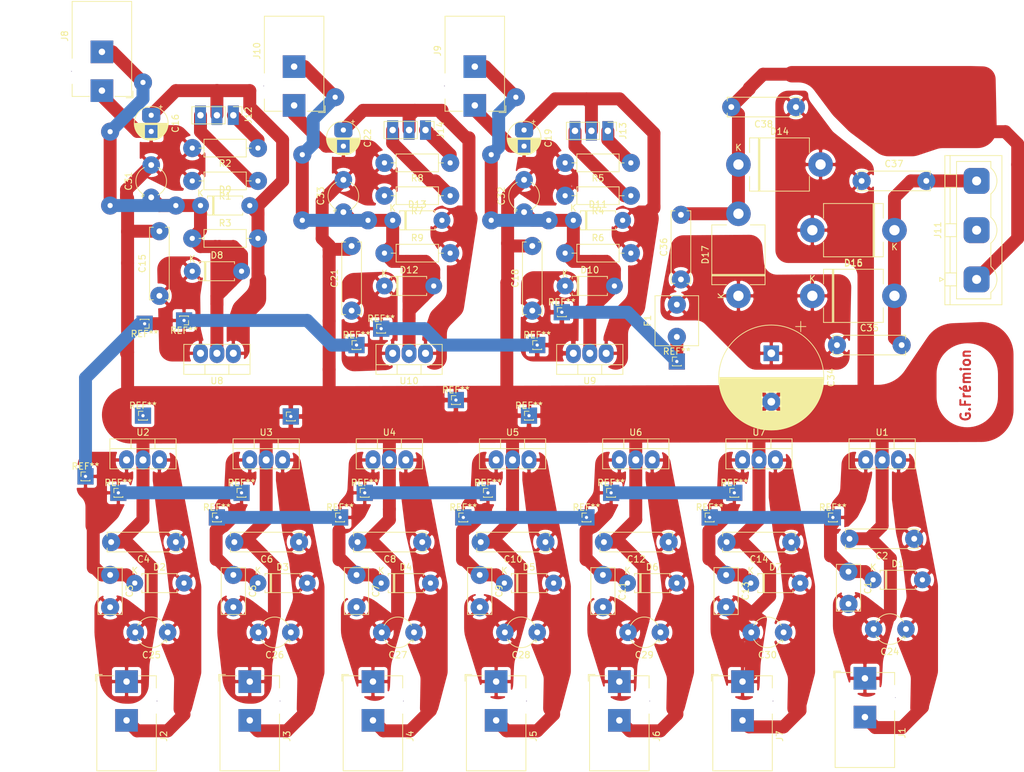
<source format=kicad_pcb>
(kicad_pcb (version 20171130) (host pcbnew 5.99.0+really5.1.12+dfsg1-1)
  (layers (0 F.Cu signal) (31 B.Cu signal) (34 B.Paste user hide) (35 F.Paste user hide) (36 B.SilkS user hide) (37 F.SilkS user hide) (38 B.Mask user hide) (39 F.Mask user hide) (44 Edge.Cuts user hide))
  (net 0 "")
  (net 1 "Net-(C1-Pad1)")
  (net 2 GND)
  (net 3 "Net-(C2-Pad1)")
  (net 4 "Net-(C25-Pad1)")
  (net 5 "Net-(C26-Pad1)")
  (net 6 "Net-(C27-Pad1)")
  (net 7 "Net-(C10-Pad1)")
  (net 8 "Net-(C12-Pad1)")
  (net 9 "Net-(C14-Pad1)")
  (net 10 "Net-(C16-Pad1)")
  (net 11 "Net-(C19-Pad1)")
  (net 12 "Net-(C22-Pad1)")
  (net 13 "Net-(C34-Pad1)")
  (net 14 "Net-(C35-Pad2)")
  (net 15 "Net-(C36-Pad2)")
  (net 16 "Net-(C31-Pad1)")
  (net 17 "Net-(C32-Pad1)")
  (net 18 "Net-(C33-Pad1)")
  (net 19 "Net-(J11-Pad2)")
  (net 20 "Net-(J12-Pad3)")
  (net 21 "Net-(J12-Pad1)")
  (net 22 "Net-(J13-Pad3)")
  (net 23 "Net-(J13-Pad1)")
  (net 24 "Net-(J14-Pad3)")
  (net 25 "Net-(J14-Pad1)")
  (module Connector_PinHeader_1.00mm:PinHeader_1x01_P1.00mm_Vertical (layer F.Cu) (at 116.84 83.82)
    (fp_text reference REF** (at 0 -1.56) (layer F.SilkS))
    (fp_text value PinHeader_1x01_P1.00mm_Vertical)
    (pad 1 thru_hole rect (at 0 0) (size 2.5 2.5) (drill 0.5) (layers *.Cu *.Mask) (net 1 "Net-(C1-Pad1)"))
  )
  (module Connector_PinHeader_1.00mm:PinHeader_1x01_P1.00mm_Vertical (layer F.Cu) (at 34.544 77.978 180)
    (fp_text reference REF** (at 0 -1.56) (layer F.SilkS))
    (fp_text value PinHeader_1x01_P1.00mm_Vertical)
    (pad 1 thru_hole rect (at 0 0 180) (size 2.5 2.5) (drill 0.5) (layers *.Cu *.Mask) (net 1 "Net-(C1-Pad1)"))
  )
  (module Connector_PinHeader_1.00mm:PinHeader_1x01_P1.00mm_Vertical (layer F.Cu) (at 140.97 107.95)
    (fp_text reference REF** (at 0 -1.56) (layer F.SilkS))
    (fp_text value PinHeader_1x01_P1.00mm_Vertical)
    (pad 1 thru_hole rect (at 0 0) (size 2.5 2.5) (drill 0.5) (layers *.Cu *.Mask) (net 1 "Net-(C1-Pad1)"))
  )
  (module Connector_PinHeader_1.00mm:PinHeader_1x01_P1.00mm_Vertical (layer F.Cu) (at 121.92 107.95)
    (fp_text reference REF** (at 0 -1.56) (layer F.SilkS))
    (fp_text value PinHeader_1x01_P1.00mm_Vertical)
    (pad 1 thru_hole rect (at 0 0) (size 2.5 2.5) (drill 0.5) (layers *.Cu *.Mask) (net 1 "Net-(C1-Pad1)"))
  )
  (module Connector_PinHeader_1.00mm:PinHeader_1x01_P1.00mm_Vertical (layer F.Cu) (at 102.87 107.95)
    (fp_text reference REF** (at 0 -1.56) (layer F.SilkS))
    (fp_text value PinHeader_1x01_P1.00mm_Vertical)
    (pad 1 thru_hole rect (at 0 0) (size 2.5 2.5) (drill 0.5) (layers *.Cu *.Mask) (net 1 "Net-(C1-Pad1)"))
  )
  (module Connector_PinHeader_1.00mm:PinHeader_1x01_P1.00mm_Vertical (layer F.Cu) (at 83.82 107.95)
    (fp_text reference REF** (at 0 -1.56) (layer F.SilkS))
    (fp_text value PinHeader_1x01_P1.00mm_Vertical)
    (pad 1 thru_hole rect (at 0 0) (size 2.5 2.5) (drill 0.5) (layers *.Cu *.Mask) (net 1 "Net-(C1-Pad1)"))
  )
  (module Connector_PinHeader_1.00mm:PinHeader_1x01_P1.00mm_Vertical (layer F.Cu) (at 64.77 107.95)
    (fp_text reference REF** (at 0 -1.56) (layer F.SilkS))
    (fp_text value PinHeader_1x01_P1.00mm_Vertical)
    (pad 1 thru_hole rect (at 0 0) (size 2.5 2.5) (drill 0.5) (layers *.Cu *.Mask) (net 1 "Net-(C1-Pad1)"))
  )
  (module Connector_PinHeader_1.00mm:PinHeader_1x01_P1.00mm_Vertical (layer F.Cu) (at 45.72 107.95)
    (fp_text reference REF** (at 0 -1.56) (layer F.SilkS))
    (fp_text value PinHeader_1x01_P1.00mm_Vertical)
    (pad 1 thru_hole rect (at 0 0) (size 2.5 2.5) (drill 0.5) (layers *.Cu *.Mask) (net 1 "Net-(C1-Pad1)"))
  )
  (module Connector_PinHeader_1.00mm:PinHeader_1x01_P1.00mm_Vertical (layer F.Cu) (at 95.25 81.28)
    (fp_text reference REF** (at 0 -1.56) (layer F.SilkS))
    (fp_text value PinHeader_1x01_P1.00mm_Vertical)
    (pad 1 thru_hole rect (at 0 0) (size 2.5 2.5) (drill 0.5) (layers *.Cu *.Mask) (net 1 "Net-(C1-Pad1)"))
  )
  (module Connector_PinHeader_1.00mm:PinHeader_1x01_P1.00mm_Vertical (layer F.Cu) (at 99.06 76.2)
    (fp_text reference REF** (at 0 -1.56) (layer F.SilkS))
    (fp_text value PinHeader_1x01_P1.00mm_Vertical)
    (pad 1 thru_hole rect (at 0 0) (size 2.5 2.5) (drill 0.5) (layers *.Cu *.Mask) (net 1 "Net-(C1-Pad1)"))
  )
  (module Connector_PinHeader_1.00mm:PinHeader_1x01_P1.00mm_Vertical (layer F.Cu) (at 71.12 78.74)
    (fp_text reference REF** (at 0 -1.56) (layer F.SilkS))
    (fp_text value PinHeader_1x01_P1.00mm_Vertical)
    (pad 1 thru_hole rect (at 0 0) (size 2.5 2.5) (drill 0.5) (layers *.Cu *.Mask) (net 1 "Net-(C1-Pad1)"))
  )
  (module Connector_PinHeader_1.00mm:PinHeader_1x01_P1.00mm_Vertical (layer F.Cu) (at 67.31 81.28)
    (fp_text reference REF** (at 0 -1.56) (layer F.SilkS))
    (fp_text value PinHeader_1x01_P1.00mm_Vertical)
    (pad 1 thru_hole rect (at 0 0) (size 2.5 2.5) (drill 0.5) (layers *.Cu *.Mask) (net 1 "Net-(C1-Pad1)"))
  )
  (module Connector_PinHeader_1.00mm:PinHeader_1x01_P1.00mm_Vertical (layer F.Cu) (at 25.4 101.6)
    (fp_text reference REF** (at 0 -1.56) (layer F.SilkS))
    (fp_text value PinHeader_1x01_P1.00mm_Vertical)
    (pad 1 thru_hole rect (at 0 0) (size 2.5 2.5) (drill 0.5) (layers *.Cu *.Mask) (net 1 "Net-(C1-Pad1)"))
  )
  (module Connector_PinHeader_1.00mm:PinHeader_1x01_P1.00mm_Vertical (layer F.Cu) (at 30.48 104.14)
    (fp_text reference REF** (at 0 -1.56) (layer F.SilkS))
    (fp_text value PinHeader_1x01_P1.00mm_Vertical)
    (pad 1 thru_hole rect (at 0 0) (size 2.5 2.5) (drill 0.5) (layers *.Cu *.Mask) (net 1 "Net-(C1-Pad1)"))
  )
  (module Connector_PinHeader_1.00mm:PinHeader_1x01_P1.00mm_Vertical (layer F.Cu) (at 49.53 104.14)
    (fp_text reference REF** (at 0 -1.56) (layer F.SilkS))
    (fp_text value PinHeader_1x01_P1.00mm_Vertical)
    (pad 1 thru_hole rect (at 0 0) (size 2.5 2.5) (drill 0.5) (layers *.Cu *.Mask) (net 1 "Net-(C1-Pad1)"))
  )
  (module Connector_PinHeader_1.00mm:PinHeader_1x01_P1.00mm_Vertical (layer F.Cu) (at 68.58 104.14)
    (fp_text reference REF** (at 0 -1.56) (layer F.SilkS))
    (fp_text value PinHeader_1x01_P1.00mm_Vertical)
    (pad 1 thru_hole rect (at 0 0) (size 2.5 2.5) (drill 0.5) (layers *.Cu *.Mask) (net 1 "Net-(C1-Pad1)"))
  )
  (module Connector_PinHeader_1.00mm:PinHeader_1x01_P1.00mm_Vertical (layer F.Cu) (at 87.63 104.14)
    (fp_text reference REF** (at 0 -1.56) (layer F.SilkS))
    (fp_text value PinHeader_1x01_P1.00mm_Vertical)
    (pad 1 thru_hole rect (at 0 0) (size 2.5 2.5) (drill 0.5) (layers *.Cu *.Mask) (net 1 "Net-(C1-Pad1)"))
  )
  (module Connector_PinHeader_1.00mm:PinHeader_1x01_P1.00mm_Vertical (layer F.Cu) (at 106.68 104.14)
    (fp_text reference REF** (at 0 -1.56) (layer F.SilkS))
    (fp_text value PinHeader_1x01_P1.00mm_Vertical)
    (pad 1 thru_hole rect (at 0 0) (size 2.5 2.5) (drill 0.5) (layers *.Cu *.Mask) (net 1 "Net-(C1-Pad1)"))
  )
  (module Connector_PinHeader_1.00mm:PinHeader_1x01_P1.00mm_Vertical (layer F.Cu) (at 125.73 104.14)
    (fp_text reference REF** (at 0 -1.56) (layer F.SilkS))
    (fp_text value PinHeader_1x01_P1.00mm_Vertical)
    (pad 1 thru_hole rect (at 0 0) (size 2.5 2.5) (drill 0.5) (layers *.Cu *.Mask) (net 1 "Net-(C1-Pad1)"))
  )
  (module Connector_PinHeader_1.00mm:PinHeader_1x01_P1.00mm_Vertical (layer F.Cu) (at 40.64 77.47 180)
    (fp_text reference REF** (at 0 -1.56) (layer F.SilkS))
    (fp_text value PinHeader_1x01_P1.00mm_Vertical)
    (pad 1 thru_hole rect (at 0 0 180) (size 2.5 2.5) (drill 0.5) (layers *.Cu *.Mask) (net 1 "Net-(C1-Pad1)"))
  )
  (module Connector_PinHeader_1.00mm:PinHeader_1x01_P1.00mm_Vertical (layer F.Cu) (at 34.29 92.202)
    (fp_text reference REF** (at 0 -1.56) (layer F.SilkS))
    (fp_text value PinHeader_1x01_P1.00mm_Vertical)
    (pad 1 thru_hole rect (at 0 0) (size 2.5 2.5) (drill 0.5) (layers *.Cu *.Mask))
  )
  (module Connector_PinHeader_1.00mm:PinHeader_1x01_P1.00mm_Vertical (layer F.Cu) (at 93.98 92.202)
    (fp_text reference REF** (at 0 -1.56) (layer F.SilkS))
    (fp_text value PinHeader_1x01_P1.00mm_Vertical)
    (pad 1 thru_hole rect (at 0 0) (size 2.5 2.5) (drill 0.5) (layers *.Cu *.Mask) (net 2 GND))
  )
  (module Connector_PinHeader_1.00mm:PinHeader_1x01_P1.00mm_Vertical (layer F.Cu) (at 82.677 89.789)
    (fp_text reference REF** (at 0 -1.56) (layer F.SilkS))
    (fp_text value PinHeader_1x01_P1.00mm_Vertical)
    (pad 1 thru_hole rect (at 0 0) (size 2.5 2.5) (drill 0.5) (layers *.Cu *.Mask) (net 2 GND))
  )
  (module Connector_PinHeader_1.00mm:PinHeader_1x01_P1.00mm_Vertical (layer F.Cu) (at 57.15 92.329)
    (fp_text reference REF**)
    (fp_text value PinHeader_1x01_P1.00mm_Vertical)
    (pad 1 thru_hole rect (at 0 0) (size 2.5 2.5) (drill 0.5) (layers *.Cu *.Mask) (net 2 GND))
  )
  (module Connector_PinHeader_2.54mm:PinHeader_1x03_P2.54mm_Vertical (layer F.Cu) (at 77.978 48.006 270)
    (fp_text reference J14 (at 0 -2.33 90) (layer F.SilkS))
    (fp_text value Conn_01x03_Male)
    (pad 1 thru_hole rect (at 0 0 270) (size 3 1.7) (drill 1) (layers *.Cu *.Mask) (net 25 "Net-(J14-Pad1)"))
    (pad 2 thru_hole rect (at 0 2.54 270) (size 3 1.7) (drill 1) (layers *.Cu *.Mask) (net 12 "Net-(C22-Pad1)"))
    (pad 3 thru_hole rect (at 0 5.08 270) (size 3 1.7) (drill 1) (layers *.Cu *.Mask) (net 24 "Net-(J14-Pad3)"))
  )
  (module Connector_PinHeader_2.54mm:PinHeader_1x03_P2.54mm_Vertical (layer F.Cu) (at 106.172 48.133 270)
    (fp_text reference J13 (at 0 -2.33 90) (layer F.SilkS))
    (fp_text value Conn_01x03_Male)
    (pad 1 thru_hole rect (at 0 0 270) (size 3 1.7) (drill 1) (layers *.Cu *.Mask) (net 23 "Net-(J13-Pad1)"))
    (pad 2 thru_hole rect (at 0 2.54 270) (size 3 1.7) (drill 1) (layers *.Cu *.Mask) (net 11 "Net-(C19-Pad1)"))
    (pad 3 thru_hole rect (at 0 5.08 270) (size 3 1.7) (drill 1) (layers *.Cu *.Mask) (net 22 "Net-(J13-Pad3)"))
  )
  (module Connector_PinHeader_2.54mm:PinHeader_1x03_P2.54mm_Vertical (layer F.Cu) (at 48.26 45.72 270)
    (fp_text reference J12 (at 0 -2.33 90) (layer F.SilkS))
    (fp_text value Conn_01x03_Male)
    (pad 1 thru_hole rect (at 0 0 270) (size 3 1.7) (drill 1) (layers *.Cu *.Mask) (net 21 "Net-(J12-Pad1)"))
    (pad 2 thru_hole rect (at 0 2.54 270) (size 3 1.7) (drill 1) (layers *.Cu *.Mask) (net 10 "Net-(C16-Pad1)"))
    (pad 3 thru_hole rect (at 0 5.08 270) (size 3 1.7) (drill 1) (layers *.Cu *.Mask) (net 20 "Net-(J12-Pad3)"))
  )
  (module Capacitor_THT:CP_Radial_D5.0mm_P2.50mm (layer F.Cu) (at 65.278 48.006 270)
    (fp_text reference C22 (at 1.25 -3.75 90) (layer F.SilkS))
    (fp_text value 10µF)
    (pad 2 thru_hole roundrect (at 2.5 0 270) (size 2.3 2.8) (drill 0.8) (layers *.Cu *.Mask) (net 2 GND))
    (pad 1 thru_hole roundrect (at 0 0 270) (size 2.3 2.8) (drill 0.8) (layers *.Cu *.Mask) (net 12 "Net-(C22-Pad1)"))
  )
  (module Capacitor_THT:CP_Radial_D5.0mm_P2.50mm (layer F.Cu) (at 93.218 48.006 270)
    (fp_text reference C19 (at 1.25 -3.75 90) (layer F.SilkS))
    (fp_text value 10µF)
    (pad 2 thru_hole roundrect (at 2.5 0 270) (size 2.3 2.8) (drill 0.8) (layers *.Cu *.Mask) (net 2 GND))
    (pad 1 thru_hole roundrect (at 0 0 270) (size 2.3 2.8) (drill 0.8) (layers *.Cu *.Mask) (net 11 "Net-(C19-Pad1)"))
  )
  (module Capacitor_THT:CP_Radial_D5.0mm_P2.50mm (layer F.Cu) (at 35.56 45.72 270)
    (fp_text reference C16 (at 1.25 -3.75 90) (layer F.SilkS))
    (fp_text value 10µF)
    (pad 2 thru_hole roundrect (at 2.5 0 270) (size 2.3 2.8) (drill 0.8) (layers *.Cu *.Mask) (net 2 GND))
    (pad 1 thru_hole roundrect (at 0 0 270) (size 2.3 2.8) (drill 0.8) (layers *.Cu *.Mask) (net 10 "Net-(C16-Pad1)"))
  )
  (module Capacitor_THT:C_Rect_L7.0mm_W3.5mm_P5.00mm (layer F.Cu) (at 143.383 116.332 270)
    (fp_text reference C1 (at 2.5 -3 90) (layer F.SilkS))
    (fp_text value 0.33µF)
    (pad 1 thru_hole circle (at 0 0 270) (size 2.8 2.8) (drill 0.9) (layers *.Cu *.Mask) (net 1 "Net-(C1-Pad1)"))
    (pad 2 thru_hole circle (at 5 0 270) (size 2.8 2.8) (drill 0.9) (layers *.Cu *.Mask) (net 2 GND))
  )
  (module Capacitor_THT:C_Rect_L7.0mm_W3.5mm_P5.00mm (layer F.Cu) (at 29.21 116.84 270)
    (fp_text reference C3 (at 2.5 -3 90) (layer F.SilkS))
    (fp_text value 0.33µF)
    (pad 1 thru_hole circle (at 0 0 270) (size 2.8 2.8) (drill 0.9) (layers *.Cu *.Mask) (net 1 "Net-(C1-Pad1)"))
    (pad 2 thru_hole circle (at 5 0 270) (size 2.8 2.8) (drill 0.9) (layers *.Cu *.Mask) (net 2 GND))
  )
  (module Capacitor_THT:C_Rect_L7.0mm_W3.5mm_P5.00mm (layer F.Cu) (at 48.26 116.84 270)
    (fp_text reference C5 (at 2.5 -3 90) (layer F.SilkS))
    (fp_text value 0.33µF)
    (pad 2 thru_hole circle (at 5 0 270) (size 2.8 2.8) (drill 0.9) (layers *.Cu *.Mask) (net 2 GND))
    (pad 1 thru_hole circle (at 0 0 270) (size 2.8 2.8) (drill 0.9) (layers *.Cu *.Mask) (net 1 "Net-(C1-Pad1)"))
  )
  (module Capacitor_THT:C_Rect_L7.0mm_W3.5mm_P5.00mm (layer F.Cu) (at 67.31 116.84 270)
    (fp_text reference C7 (at 2.5 -3 90) (layer F.SilkS))
    (fp_text value 0.33µF)
    (pad 2 thru_hole circle (at 5 0 270) (size 2.8 2.8) (drill 0.9) (layers *.Cu *.Mask) (net 2 GND))
    (pad 1 thru_hole circle (at 0 0 270) (size 2.8 2.8) (drill 0.9) (layers *.Cu *.Mask) (net 1 "Net-(C1-Pad1)"))
  )
  (module Capacitor_THT:C_Rect_L7.0mm_W3.5mm_P5.00mm (layer F.Cu) (at 86.36 116.84 270)
    (fp_text reference C9 (at 2.5 -3 90) (layer F.SilkS))
    (fp_text value 0.33µF)
    (pad 1 thru_hole circle (at 0 0 270) (size 2.8 2.8) (drill 0.9) (layers *.Cu *.Mask) (net 1 "Net-(C1-Pad1)"))
    (pad 2 thru_hole circle (at 5 0 270) (size 2.8 2.8) (drill 0.9) (layers *.Cu *.Mask) (net 2 GND))
  )
  (module Capacitor_THT:C_Rect_L7.0mm_W3.5mm_P5.00mm (layer F.Cu) (at 105.41 116.84 270)
    (fp_text reference C11 (at 2.5 -3 90) (layer F.SilkS))
    (fp_text value 0.33µF)
    (pad 2 thru_hole circle (at 5 0 270) (size 2.8 2.8) (drill 0.9) (layers *.Cu *.Mask) (net 2 GND))
    (pad 1 thru_hole circle (at 0 0 270) (size 2.8 2.8) (drill 0.9) (layers *.Cu *.Mask) (net 1 "Net-(C1-Pad1)"))
  )
  (module Capacitor_THT:C_Rect_L7.0mm_W3.5mm_P5.00mm (layer F.Cu) (at 124.46 116.84 270)
    (fp_text reference C13 (at 2.5 -3 90) (layer F.SilkS))
    (fp_text value 0.33µF)
    (pad 1 thru_hole circle (at 0 0 270) (size 2.8 2.8) (drill 0.9) (layers *.Cu *.Mask) (net 1 "Net-(C1-Pad1)"))
    (pad 2 thru_hole circle (at 5 0 270) (size 2.8 2.8) (drill 0.9) (layers *.Cu *.Mask) (net 2 GND))
  )
  (module Capacitor_THT:CP_Radial_Tantal_D4.5mm_P5.00mm (layer F.Cu) (at 152.273 125.222 180)
    (fp_text reference C24 (at 2.5 -3.5) (layer F.SilkS))
    (fp_text value 33µF)
    (pad 1 thru_hole circle (at 0 0 180) (size 2.7 2.7) (drill 0.9) (layers *.Cu *.Mask) (net 3 "Net-(C2-Pad1)"))
    (pad 2 thru_hole circle (at 5 0 180) (size 2.7 2.7) (drill 0.9) (layers *.Cu *.Mask) (net 2 GND))
  )
  (module Capacitor_THT:CP_Radial_Tantal_D4.5mm_P5.00mm (layer F.Cu) (at 38.1 125.73 180)
    (fp_text reference C25 (at 2.5 -3.5) (layer F.SilkS))
    (fp_text value 33µF)
    (pad 2 thru_hole circle (at 5 0 180) (size 2.7 2.7) (drill 0.9) (layers *.Cu *.Mask) (net 2 GND))
    (pad 1 thru_hole circle (at 0 0 180) (size 2.7 2.7) (drill 0.9) (layers *.Cu *.Mask) (net 4 "Net-(C25-Pad1)"))
  )
  (module Capacitor_THT:CP_Radial_Tantal_D4.5mm_P5.00mm (layer F.Cu) (at 57.15 125.73 180)
    (fp_text reference C26 (at 2.5 -3.5) (layer F.SilkS))
    (fp_text value 33µF)
    (pad 1 thru_hole circle (at 0 0 180) (size 2.7 2.7) (drill 0.9) (layers *.Cu *.Mask) (net 5 "Net-(C26-Pad1)"))
    (pad 2 thru_hole circle (at 5 0 180) (size 2.7 2.7) (drill 0.9) (layers *.Cu *.Mask) (net 2 GND))
  )
  (module Capacitor_THT:CP_Radial_Tantal_D4.5mm_P5.00mm (layer F.Cu) (at 76.2 125.73 180)
    (fp_text reference C27 (at 2.5 -3.5) (layer F.SilkS))
    (fp_text value 33µF)
    (pad 2 thru_hole circle (at 5 0 180) (size 2.7 2.7) (drill 0.9) (layers *.Cu *.Mask) (net 2 GND))
    (pad 1 thru_hole circle (at 0 0 180) (size 2.7 2.7) (drill 0.9) (layers *.Cu *.Mask) (net 6 "Net-(C27-Pad1)"))
  )
  (module Capacitor_THT:CP_Radial_Tantal_D4.5mm_P5.00mm (layer F.Cu) (at 95.25 125.73 180)
    (fp_text reference C28 (at 2.5 -3.5) (layer F.SilkS))
    (fp_text value 33µF)
    (pad 2 thru_hole circle (at 5 0 180) (size 2.7 2.7) (drill 0.9) (layers *.Cu *.Mask) (net 2 GND))
    (pad 1 thru_hole circle (at 0 0 180) (size 2.7 2.7) (drill 0.9) (layers *.Cu *.Mask) (net 7 "Net-(C10-Pad1)"))
  )
  (module Capacitor_THT:CP_Radial_Tantal_D4.5mm_P5.00mm (layer F.Cu) (at 114.3 125.73 180)
    (fp_text reference C29 (at 2.5 -3.5) (layer F.SilkS))
    (fp_text value 33µF)
    (pad 1 thru_hole circle (at 0 0 180) (size 2.7 2.7) (drill 0.9) (layers *.Cu *.Mask) (net 8 "Net-(C12-Pad1)"))
    (pad 2 thru_hole circle (at 5 0 180) (size 2.7 2.7) (drill 0.9) (layers *.Cu *.Mask) (net 2 GND))
  )
  (module Capacitor_THT:CP_Radial_Tantal_D4.5mm_P5.00mm (layer F.Cu) (at 133.35 125.73 180)
    (fp_text reference C30 (at 2.5 -3.5) (layer F.SilkS))
    (fp_text value 33µF)
    (pad 2 thru_hole circle (at 5 0 180) (size 2.7 2.7) (drill 0.9) (layers *.Cu *.Mask) (net 2 GND))
    (pad 1 thru_hole circle (at 0 0 180) (size 2.7 2.7) (drill 0.9) (layers *.Cu *.Mask) (net 9 "Net-(C14-Pad1)"))
  )
  (module Capacitor_THT:CP_Radial_Tantal_D4.5mm_P5.00mm (layer F.Cu) (at 35.56 58.42 90)
    (fp_text reference C31 (at 2.5 -3.5 90) (layer F.SilkS))
    (fp_text value 33µF)
    (pad 1 thru_hole circle (at 0 0 90) (size 2.7 2.7) (drill 0.9) (layers *.Cu *.Mask) (net 16 "Net-(C31-Pad1)"))
    (pad 2 thru_hole circle (at 5 0 90) (size 2.7 2.7) (drill 0.9) (layers *.Cu *.Mask) (net 2 GND))
  )
  (module Capacitor_THT:CP_Radial_Tantal_D4.5mm_P5.00mm (layer F.Cu) (at 93.218 60.706 90)
    (fp_text reference C32 (at 2.5 -3.5 90) (layer F.SilkS))
    (fp_text value 33µF)
    (pad 1 thru_hole circle (at 0 0 90) (size 2.7 2.7) (drill 0.9) (layers *.Cu *.Mask) (net 17 "Net-(C32-Pad1)"))
    (pad 2 thru_hole circle (at 5 0 90) (size 2.7 2.7) (drill 0.9) (layers *.Cu *.Mask) (net 2 GND))
  )
  (module Capacitor_THT:CP_Radial_Tantal_D4.5mm_P5.00mm (layer F.Cu) (at 65.278 60.706 90)
    (fp_text reference C33 (at 2.5 -3.5 90) (layer F.SilkS))
    (fp_text value 33µF)
    (pad 2 thru_hole circle (at 5 0 90) (size 2.7 2.7) (drill 0.9) (layers *.Cu *.Mask) (net 2 GND))
    (pad 1 thru_hole circle (at 0 0 90) (size 2.7 2.7) (drill 0.9) (layers *.Cu *.Mask) (net 18 "Net-(C33-Pad1)"))
  )
  (module Capacitor_THT:CP_Radial_D16.0mm_P7.50mm (layer F.Cu) (at 131.445 82.55 270)
    (fp_text reference C34 (at 3.75 -9.25 90) (layer F.SilkS))
    (fp_text value 2200µF)
    (pad 1 thru_hole rect (at 0 0 270) (size 2.4 2.4) (drill 1.2) (layers *.Cu *.Mask) (net 13 "Net-(C34-Pad1)"))
    (pad 2 thru_hole circle (at 7.5 0 270) (size 2.8 2.8) (drill 1.2) (layers *.Cu *.Mask) (net 2 GND))
  )
  (module Diode_THT:D_5KPW_P12.70mm_Horizontal (layer F.Cu) (at 126.365 53.34)
    (fp_text reference D14 (at 6.35 -5.12) (layer F.SilkS))
    (fp_text value D_Schottky)
    (fp_text user K (at 0 -2.6) (layer F.SilkS))
    (pad 1 thru_hole oval (at 0 0) (size 3.8 3.8) (drill 1.6) (layers *.Cu *.Mask) (net 15 "Net-(C36-Pad2)"))
    (pad 2 thru_hole oval (at 12.7 0) (size 3.8 3.8) (drill 1.6) (layers *.Cu *.Mask) (net 2 GND))
  )
  (module Diode_THT:D_5KPW_P12.70mm_Horizontal (layer F.Cu) (at 150.495 63.5 180)
    (fp_text reference D15 (at 6.35 -5.12) (layer F.SilkS))
    (fp_text value D_Schottky)
    (fp_text user K (at 0 -2.6) (layer F.SilkS))
    (pad 1 thru_hole oval (at 0 0 180) (size 3.8 3.8) (drill 1.6) (layers *.Cu *.Mask) (net 14 "Net-(C35-Pad2)"))
    (pad 2 thru_hole oval (at 12.7 0 180) (size 3.8 3.8) (drill 1.6) (layers *.Cu *.Mask) (net 2 GND))
  )
  (module Diode_THT:D_5KPW_P12.70mm_Horizontal (layer F.Cu) (at 137.795 73.66)
    (fp_text reference D16 (at 6.35 -5.12) (layer F.SilkS))
    (fp_text value D_Schottky)
    (fp_text user K (at 0 -2.6) (layer F.SilkS))
    (pad 1 thru_hole oval (at 0 0) (size 3.8 3.8) (drill 1.6) (layers *.Cu *.Mask) (net 13 "Net-(C34-Pad1)"))
    (pad 2 thru_hole oval (at 12.7 0) (size 3.8 3.8) (drill 1.6) (layers *.Cu *.Mask) (net 14 "Net-(C35-Pad2)"))
  )
  (module Diode_THT:D_5KPW_P12.70mm_Horizontal (layer F.Cu) (at 126.365 73.66 90)
    (fp_text reference D17 (at 6.35 -5.12 90) (layer F.SilkS))
    (fp_text value D_Schottky)
    (fp_text user K (at 0 -2.6 90) (layer F.SilkS))
    (pad 2 thru_hole oval (at 12.7 0 90) (size 3.8 3.8) (drill 1.6) (layers *.Cu *.Mask) (net 15 "Net-(C36-Pad2)"))
    (pad 1 thru_hole oval (at 0 0 90) (size 3.8 3.8) (drill 1.6) (layers *.Cu *.Mask) (net 13 "Net-(C34-Pad1)"))
  )
  (module Resistor_THT:R_Axial_DIN0207_L6.3mm_D2.5mm_P10.16mm_Horizontal (layer F.Cu) (at 52.07 55.88 180)
    (fp_text reference R1 (at 5.08 -2.37) (layer F.SilkS))
    (fp_text value 2.15k)
    (pad 1 thru_hole circle (at 0 0 180) (size 2.8 2.8) (drill 0.8) (layers *.Cu *.Mask) (net 20 "Net-(J12-Pad3)"))
    (pad 2 thru_hole circle (at 10.16 0 180) (size 2.8 2.8) (drill 0.8) (layers *.Cu *.Mask) (net 2 GND))
  )
  (module Resistor_THT:R_Axial_DIN0207_L6.3mm_D2.5mm_P10.16mm_Horizontal (layer F.Cu) (at 52.07 50.8 180)
    (fp_text reference R2 (at 5.08 -2.37) (layer F.SilkS))
    (fp_text value 1.5k)
    (pad 1 thru_hole circle (at 0 0 180) (size 2.8 2.8) (drill 0.8) (layers *.Cu *.Mask) (net 21 "Net-(J12-Pad1)"))
    (pad 2 thru_hole circle (at 10.16 0 180) (size 2.8 2.8) (drill 0.8) (layers *.Cu *.Mask) (net 2 GND))
  )
  (module Resistor_THT:R_Axial_DIN0207_L6.3mm_D2.5mm_P10.16mm_Horizontal (layer F.Cu) (at 41.91 64.77)
    (fp_text reference R3 (at 5.08 -2.37) (layer F.SilkS))
    (fp_text value 240)
    (pad 2 thru_hole circle (at 10.16 0) (size 2.8 2.8) (drill 0.8) (layers *.Cu *.Mask) (net 10 "Net-(C16-Pad1)"))
    (pad 1 thru_hole circle (at 0 0) (size 2.8 2.8) (drill 0.8) (layers *.Cu *.Mask) (net 16 "Net-(C31-Pad1)"))
  )
  (module Resistor_THT:R_Axial_DIN0207_L6.3mm_D2.5mm_P10.16mm_Horizontal (layer F.Cu) (at 109.728 58.166 180)
    (fp_text reference R4 (at 5.08 -2.37) (layer F.SilkS))
    (fp_text value 2.15k)
    (pad 1 thru_hole circle (at 0 0 180) (size 2.8 2.8) (drill 0.8) (layers *.Cu *.Mask) (net 22 "Net-(J13-Pad3)"))
    (pad 2 thru_hole circle (at 10.16 0 180) (size 2.8 2.8) (drill 0.8) (layers *.Cu *.Mask) (net 2 GND))
  )
  (module Resistor_THT:R_Axial_DIN0207_L6.3mm_D2.5mm_P10.16mm_Horizontal (layer F.Cu) (at 109.728 53.086 180)
    (fp_text reference R5 (at 5.08 -2.37) (layer F.SilkS))
    (fp_text value 1.5k)
    (pad 2 thru_hole circle (at 10.16 0 180) (size 2.8 2.8) (drill 0.8) (layers *.Cu *.Mask) (net 2 GND))
    (pad 1 thru_hole circle (at 0 0 180) (size 2.8 2.8) (drill 0.8) (layers *.Cu *.Mask) (net 23 "Net-(J13-Pad1)"))
  )
  (module Resistor_THT:R_Axial_DIN0207_L6.3mm_D2.5mm_P10.16mm_Horizontal (layer F.Cu) (at 99.568 67.056)
    (fp_text reference R6 (at 5.08 -2.37) (layer F.SilkS))
    (fp_text value 240)
    (pad 2 thru_hole circle (at 10.16 0) (size 2.8 2.8) (drill 0.8) (layers *.Cu *.Mask) (net 11 "Net-(C19-Pad1)"))
    (pad 1 thru_hole circle (at 0 0) (size 2.8 2.8) (drill 0.8) (layers *.Cu *.Mask) (net 17 "Net-(C32-Pad1)"))
  )
  (module Resistor_THT:R_Axial_DIN0207_L6.3mm_D2.5mm_P10.16mm_Horizontal (layer F.Cu) (at 81.788 58.166 180)
    (fp_text reference R7 (at 5.08 -2.37) (layer F.SilkS))
    (fp_text value 2.15k)
    (pad 1 thru_hole circle (at 0 0 180) (size 2.8 2.8) (drill 0.8) (layers *.Cu *.Mask) (net 24 "Net-(J14-Pad3)"))
    (pad 2 thru_hole circle (at 10.16 0 180) (size 2.8 2.8) (drill 0.8) (layers *.Cu *.Mask) (net 2 GND))
  )
  (module Resistor_THT:R_Axial_DIN0207_L6.3mm_D2.5mm_P10.16mm_Horizontal (layer F.Cu) (at 81.788 53.086 180)
    (fp_text reference R8 (at 5.08 -2.37) (layer F.SilkS))
    (fp_text value 1.5k)
    (pad 2 thru_hole circle (at 10.16 0 180) (size 2.8 2.8) (drill 0.8) (layers *.Cu *.Mask) (net 2 GND))
    (pad 1 thru_hole circle (at 0 0 180) (size 2.8 2.8) (drill 0.8) (layers *.Cu *.Mask) (net 25 "Net-(J14-Pad1)"))
  )
  (module Resistor_THT:R_Axial_DIN0207_L6.3mm_D2.5mm_P10.16mm_Horizontal (layer F.Cu) (at 71.628 67.056)
    (fp_text reference R9 (at 5.08 -2.37) (layer F.SilkS))
    (fp_text value 240)
    (pad 1 thru_hole circle (at 0 0) (size 2.8 2.8) (drill 0.8) (layers *.Cu *.Mask) (net 18 "Net-(C33-Pad1)"))
    (pad 2 thru_hole circle (at 10.16 0) (size 2.8 2.8) (drill 0.8) (layers *.Cu *.Mask) (net 12 "Net-(C22-Pad1)"))
  )
  (module Package_TO_SOT_THT:TO-220-3_Vertical (layer F.Cu) (at 146.05 99.06)
    (fp_text reference U1 (at 2.54 -4.27) (layer F.SilkS))
    (fp_text value L7809)
    (pad 3 thru_hole oval (at 5.08 0) (size 2.3 3) (drill 1.1) (layers *.Cu *.Mask) (net 3 "Net-(C2-Pad1)") (clearance 0.001))
    (pad 2 thru_hole oval (at 2.54 0) (size 2.3 3) (drill 1.1) (layers *.Cu *.Mask) (net 2 GND) (clearance 0.001))
    (pad 1 thru_hole oval (at 0 0) (size 2.3 3) (drill 1.1) (layers *.Cu *.Mask) (net 1 "Net-(C1-Pad1)") (clearance 0.001))
  )
  (module Package_TO_SOT_THT:TO-220-3_Vertical (layer F.Cu) (at 31.75 99.06)
    (fp_text reference U2 (at 2.54 -4.27) (layer F.SilkS))
    (fp_text value L7809)
    (pad 3 thru_hole oval (at 5.08 0) (size 2.3 3) (drill 1.1) (layers *.Cu *.Mask) (net 4 "Net-(C25-Pad1)") (clearance 0.001))
    (pad 2 thru_hole oval (at 2.54 0) (size 2.3 3) (drill 1.1) (layers *.Cu *.Mask) (net 2 GND) (clearance 0.001))
    (pad 1 thru_hole oval (at 0 0) (size 2.3 3) (drill 1.1) (layers *.Cu *.Mask) (net 1 "Net-(C1-Pad1)") (clearance 0.001))
  )
  (module Package_TO_SOT_THT:TO-220-3_Vertical (layer F.Cu) (at 50.8 99.06)
    (fp_text reference U3 (at 2.54 -4.27) (layer F.SilkS))
    (fp_text value L7809)
    (pad 3 thru_hole oval (at 5.08 0) (size 2.3 3) (drill 1.1) (layers *.Cu *.Mask) (net 5 "Net-(C26-Pad1)") (clearance 0.001))
    (pad 2 thru_hole oval (at 2.54 0) (size 2.3 3) (drill 1.1) (layers *.Cu *.Mask) (net 2 GND) (clearance 0.001))
    (pad 1 thru_hole oval (at 0 0) (size 2.3 3) (drill 1.1) (layers *.Cu *.Mask) (net 1 "Net-(C1-Pad1)") (clearance 0.001))
  )
  (module Package_TO_SOT_THT:TO-220-3_Vertical (layer F.Cu) (at 69.85 99.06)
    (fp_text reference U4 (at 2.54 -4.27) (layer F.SilkS))
    (fp_text value L7809)
    (pad 1 thru_hole oval (at 0 0) (size 2.3 3) (drill 1.1) (layers *.Cu *.Mask) (net 1 "Net-(C1-Pad1)") (clearance 0.001))
    (pad 2 thru_hole oval (at 2.54 0) (size 2.3 3) (drill 1.1) (layers *.Cu *.Mask) (net 2 GND) (clearance 0.001))
    (pad 3 thru_hole oval (at 5.08 0) (size 2.3 3) (drill 1.1) (layers *.Cu *.Mask) (net 6 "Net-(C27-Pad1)") (clearance 0.001))
  )
  (module Package_TO_SOT_THT:TO-220-3_Vertical (layer F.Cu) (at 88.9 99.06)
    (fp_text reference U5 (at 2.54 -4.27) (layer F.SilkS))
    (fp_text value L7809)
    (pad 3 thru_hole oval (at 5.08 0) (size 2.3 3) (drill 1.1) (layers *.Cu *.Mask) (net 7 "Net-(C10-Pad1)") (clearance 0.001))
    (pad 2 thru_hole oval (at 2.54 0) (size 2.3 3) (drill 1.1) (layers *.Cu *.Mask) (net 2 GND) (clearance 0.001))
    (pad 1 thru_hole oval (at 0 0) (size 2.3 3) (drill 1.1) (layers *.Cu *.Mask) (net 1 "Net-(C1-Pad1)") (clearance 0.001))
  )
  (module Package_TO_SOT_THT:TO-220-3_Vertical (layer F.Cu) (at 107.95 99.06)
    (fp_text reference U6 (at 2.54 -4.27) (layer F.SilkS))
    (fp_text value L7809)
    (pad 3 thru_hole oval (at 5.08 0) (size 2.3 3) (drill 1.1) (layers *.Cu *.Mask) (net 8 "Net-(C12-Pad1)") (clearance 0.001))
    (pad 2 thru_hole oval (at 2.54 0) (size 2.3 3) (drill 1.1) (layers *.Cu *.Mask) (net 2 GND) (clearance 0.001))
    (pad 1 thru_hole oval (at 0 0) (size 2.3 3) (drill 1.1) (layers *.Cu *.Mask) (net 1 "Net-(C1-Pad1)") (clearance 0.001))
  )
  (module Package_TO_SOT_THT:TO-220-3_Vertical (layer F.Cu) (at 127 99.06)
    (fp_text reference U7 (at 2.54 -4.27) (layer F.SilkS))
    (fp_text value L7809)
    (pad 1 thru_hole oval (at 0 0) (size 2.3 3) (drill 1.1) (layers *.Cu *.Mask) (net 1 "Net-(C1-Pad1)") (clearance 0.001))
    (pad 2 thru_hole oval (at 2.54 0) (size 2.3 3) (drill 1.1) (layers *.Cu *.Mask) (net 2 GND) (clearance 0.001))
    (pad 3 thru_hole oval (at 5.08 0) (size 2.3 3) (drill 1.1) (layers *.Cu *.Mask) (net 9 "Net-(C14-Pad1)") (clearance 0.001))
  )
  (module Package_TO_SOT_THT:TO-220-3_Vertical (layer F.Cu) (at 48.26 82.55 180)
    (fp_text reference U8 (at 2.54 -4.27) (layer F.SilkS))
    (fp_text value LM317)
    (pad 1 thru_hole oval (at 0 0 180) (size 2.3 3) (drill 1.1) (layers *.Cu *.Mask) (net 10 "Net-(C16-Pad1)") (clearance 0.001))
    (pad 2 thru_hole oval (at 2.54 0 180) (size 2.3 3) (drill 1.1) (layers *.Cu *.Mask) (net 16 "Net-(C31-Pad1)") (clearance 0.001))
    (pad 3 thru_hole oval (at 5.08 0 180) (size 2.3 3) (drill 1.1) (layers *.Cu *.Mask) (net 1 "Net-(C1-Pad1)") (clearance 0.001))
  )
  (module Package_TO_SOT_THT:TO-220-3_Vertical (layer F.Cu) (at 105.918 82.55 180)
    (fp_text reference U9 (at 2.54 -4.27) (layer F.SilkS))
    (fp_text value LM317)
    (pad 3 thru_hole oval (at 5.08 0 180) (size 2.3 3) (drill 1.1) (layers *.Cu *.Mask) (net 1 "Net-(C1-Pad1)") (clearance 0.001))
    (pad 2 thru_hole oval (at 2.54 0 180) (size 2.3 3) (drill 1.1) (layers *.Cu *.Mask) (net 17 "Net-(C32-Pad1)") (clearance 0.001))
    (pad 1 thru_hole oval (at 0 0 180) (size 2.3 3) (drill 1.1) (layers *.Cu *.Mask) (net 11 "Net-(C19-Pad1)") (clearance 0.001))
  )
  (module Package_TO_SOT_THT:TO-220-3_Vertical (layer F.Cu) (at 77.978 82.55 180)
    (fp_text reference U10 (at 2.54 -4.27) (layer F.SilkS))
    (fp_text value LM317)
    (pad 1 thru_hole oval (at 0 0 180) (size 2.3 3) (drill 1.1) (layers *.Cu *.Mask) (net 12 "Net-(C22-Pad1)") (clearance 0.001))
    (pad 2 thru_hole oval (at 2.54 0 180) (size 2.3 3) (drill 1.1) (layers *.Cu *.Mask) (net 18 "Net-(C33-Pad1)") (clearance 0.001))
    (pad 3 thru_hole oval (at 5.08 0 180) (size 2.3 3) (drill 1.1) (layers *.Cu *.Mask) (net 1 "Net-(C1-Pad1)") (clearance 0.001))
  )
  (module Capacitor_THT:C_Rect_L7.5mm_W6.5mm_P5.00mm (layer F.Cu) (at 116.84 80.01 90)
    (fp_text reference F1 (at 2.5 -4.5 90) (layer F.SilkS))
    (fp_text value Polyfuse)
    (pad 1 thru_hole circle (at 0 0 90) (size 2.8 2.8) (drill 0.9) (layers *.Cu *.Mask) (net 1 "Net-(C1-Pad1)"))
    (pad 2 thru_hole circle (at 5 0 90) (size 2.8 2.8) (drill 0.9) (layers *.Cu *.Mask) (net 13 "Net-(C34-Pad1)"))
  )
  (module Connector_BarrelJack:BarrelJack_Horizontal (layer F.Cu) (at 145.923 132.842 90)
    (fp_text reference J1 (at -8.45 5.75 90) (layer F.SilkS))
    (fp_text value Barrel_Jack)
    (pad 3 thru_hole rect (at -3 4.7 90) (size 0.1 0.1) (drill 0.09) (layers *.Cu))
    (pad 2 thru_hole rect (at -6 0 90) (size 3.5 3.5) (drill 1) (layers *.Cu *.Mask) (net 3 "Net-(C2-Pad1)"))
    (pad 1 thru_hole rect (at 0 0 90) (size 3.5 3.5) (drill 1) (layers *.Cu *.Mask) (net 2 GND))
  )
  (module Connector_BarrelJack:BarrelJack_Horizontal (layer F.Cu) (at 31.75 133.35 90)
    (fp_text reference J2 (at -8.45 5.75 90) (layer F.SilkS))
    (fp_text value Barrel_Jack)
    (pad 1 thru_hole rect (at 0 0 90) (size 3.5 3.5) (drill 1) (layers *.Cu *.Mask) (net 2 GND))
    (pad 2 thru_hole rect (at -6 0 90) (size 3.5 3.5) (drill 1) (layers *.Cu *.Mask) (net 4 "Net-(C25-Pad1)"))
    (pad 3 thru_hole rect (at -3 4.7 90) (size 0.1 0.1) (drill 0.09) (layers *.Cu))
  )
  (module Connector_BarrelJack:BarrelJack_Horizontal (layer F.Cu) (at 50.8 133.35 90)
    (fp_text reference J3 (at -8.45 5.75 90) (layer F.SilkS))
    (fp_text value Barrel_Jack)
    (pad 1 thru_hole rect (at 0 0 90) (size 3.5 3.5) (drill 1) (layers *.Cu *.Mask) (net 2 GND))
    (pad 2 thru_hole rect (at -6 0 90) (size 3.5 3.5) (drill 1) (layers *.Cu *.Mask) (net 5 "Net-(C26-Pad1)"))
    (pad 3 thru_hole rect (at -3 4.7 90) (size 0.1 0.1) (drill 0.09) (layers *.Cu))
  )
  (module Connector_BarrelJack:BarrelJack_Horizontal (layer F.Cu) (at 69.85 133.35 90)
    (fp_text reference J4 (at -8.45 5.75 90) (layer F.SilkS))
    (fp_text value Barrel_Jack)
    (pad 3 thru_hole rect (at -3 4.7 90) (size 0.1 0.1) (drill 0.09) (layers *.Cu))
    (pad 2 thru_hole rect (at -6 0 90) (size 3.5 3.5) (drill 1) (layers *.Cu *.Mask) (net 6 "Net-(C27-Pad1)"))
    (pad 1 thru_hole rect (at 0 0 90) (size 3.5 3.5) (drill 1) (layers *.Cu *.Mask) (net 2 GND))
  )
  (module Connector_BarrelJack:BarrelJack_Horizontal (layer F.Cu) (at 88.9 133.35 90)
    (fp_text reference J5 (at -8.45 5.75 90) (layer F.SilkS))
    (fp_text value Barrel_Jack)
    (pad 1 thru_hole rect (at 0 0 90) (size 3.5 3.5) (drill 1) (layers *.Cu *.Mask) (net 2 GND))
    (pad 2 thru_hole rect (at -6 0 90) (size 3.5 3.5) (drill 1) (layers *.Cu *.Mask) (net 7 "Net-(C10-Pad1)"))
    (pad 3 thru_hole rect (at -3 4.7 90) (size 0.1 0.1) (drill 0.09) (layers *.Cu))
  )
  (module Connector_BarrelJack:BarrelJack_Horizontal (layer F.Cu) (at 107.95 133.35 90)
    (fp_text reference J6 (at -8.45 5.75 90) (layer F.SilkS))
    (fp_text value Barrel_Jack)
    (pad 3 thru_hole rect (at -3 4.7 90) (size 0.1 0.1) (drill 0.09) (layers *.Cu))
    (pad 2 thru_hole rect (at -6 0 90) (size 3.5 3.5) (drill 1) (layers *.Cu *.Mask) (net 8 "Net-(C12-Pad1)"))
    (pad 1 thru_hole rect (at 0 0 90) (size 3.5 3.5) (drill 1) (layers *.Cu *.Mask) (net 2 GND))
  )
  (module Connector_BarrelJack:BarrelJack_Horizontal (layer F.Cu) (at 127 133.35 90)
    (fp_text reference J7 (at -8.45 5.75 90) (layer F.SilkS))
    (fp_text value Barrel_Jack)
    (pad 1 thru_hole rect (at 0 0 90) (size 3.5 3.5) (drill 1) (layers *.Cu *.Mask) (net 2 GND))
    (pad 2 thru_hole rect (at -6 0 90) (size 3.5 3.5) (drill 1) (layers *.Cu *.Mask) (net 9 "Net-(C14-Pad1)"))
    (pad 3 thru_hole rect (at -3 4.7 90) (size 0.1 0.1) (drill 0.09) (layers *.Cu))
  )
  (module Connector_BarrelJack:BarrelJack_Horizontal (layer F.Cu) (at 27.94 41.91 270)
    (fp_text reference J8 (at -8.45 5.75 90) (layer F.SilkS))
    (fp_text value Barrel_Jack)
    (pad 1 thru_hole rect (at 0 0 270) (size 3.5 3.5) (drill 1) (layers *.Cu *.Mask) (net 2 GND))
    (pad 2 thru_hole rect (at -6 0 270) (size 3.5 3.5) (drill 1) (layers *.Cu *.Mask) (net 16 "Net-(C31-Pad1)"))
    (pad 3 thru_hole rect (at -3 4.7 270) (size 0.1 0.1) (drill 0.09) (layers *.Cu))
  )
  (module Connector_BarrelJack:BarrelJack_Horizontal (layer F.Cu) (at 85.598 44.196 270)
    (fp_text reference J9 (at -8.45 5.75 90) (layer F.SilkS))
    (fp_text value Barrel_Jack)
    (pad 3 thru_hole rect (at -3 4.7 270) (size 0.1 0.1) (drill 0.09) (layers *.Cu))
    (pad 2 thru_hole rect (at -6 0 270) (size 3.5 3.5) (drill 1) (layers *.Cu *.Mask) (net 17 "Net-(C32-Pad1)"))
    (pad 1 thru_hole rect (at 0 0 270) (size 3.5 3.5) (drill 1) (layers *.Cu *.Mask) (net 2 GND))
  )
  (module Connector_BarrelJack:BarrelJack_Horizontal (layer F.Cu) (at 57.658 44.196 270)
    (fp_text reference J10 (at -8.45 5.75 90) (layer F.SilkS))
    (fp_text value Barrel_Jack)
    (pad 3 thru_hole rect (at -3 4.7 270) (size 0.1 0.1) (drill 0.09) (layers *.Cu))
    (pad 2 thru_hole rect (at -6 0 270) (size 3.5 3.5) (drill 1) (layers *.Cu *.Mask) (net 18 "Net-(C33-Pad1)"))
    (pad 1 thru_hole rect (at 0 0 270) (size 3.5 3.5) (drill 1) (layers *.Cu *.Mask) (net 2 GND))
  )
  (module Diode_THT:D_A-405_P7.62mm_Horizontal (layer F.Cu) (at 147.193 117.602)
    (fp_text reference D1 (at 3.81 -2.47) (layer F.SilkS))
    (fp_text value 1N4007)
    (fp_text user K (at 0 -1.9) (layer F.SilkS))
    (pad 1 thru_hole circle (at 0 0) (size 2.6 2.6) (drill 0.8) (layers *.Cu *.Mask) (net 1 "Net-(C1-Pad1)"))
    (pad 2 thru_hole circle (at 7.62 0) (size 2.6 2.6) (drill 0.8) (layers *.Cu *.Mask) (net 3 "Net-(C2-Pad1)"))
  )
  (module Diode_THT:D_A-405_P7.62mm_Horizontal (layer F.Cu) (at 33.02 118.11)
    (fp_text reference D2 (at 3.81 -2.47) (layer F.SilkS))
    (fp_text value 1N4007)
    (fp_text user K (at 0 -1.9) (layer F.SilkS))
    (pad 2 thru_hole circle (at 7.62 0) (size 2.6 2.6) (drill 0.8) (layers *.Cu *.Mask) (net 4 "Net-(C25-Pad1)"))
    (pad 1 thru_hole circle (at 0 0) (size 2.6 2.6) (drill 0.8) (layers *.Cu *.Mask) (net 1 "Net-(C1-Pad1)"))
  )
  (module Diode_THT:D_A-405_P7.62mm_Horizontal (layer F.Cu) (at 52.07 118.11)
    (fp_text reference D3 (at 3.81 -2.47) (layer F.SilkS))
    (fp_text value 1N4007)
    (fp_text user K (at 0 -1.9) (layer F.SilkS))
    (pad 1 thru_hole circle (at 0 0) (size 2.6 2.6) (drill 0.8) (layers *.Cu *.Mask) (net 1 "Net-(C1-Pad1)"))
    (pad 2 thru_hole circle (at 7.62 0) (size 2.6 2.6) (drill 0.8) (layers *.Cu *.Mask) (net 5 "Net-(C26-Pad1)"))
  )
  (module Diode_THT:D_A-405_P7.62mm_Horizontal (layer F.Cu) (at 71.12 118.11)
    (fp_text reference D4 (at 3.81 -2.47) (layer F.SilkS))
    (fp_text value 1N4007)
    (fp_text user K (at 0 -1.9) (layer F.SilkS))
    (pad 2 thru_hole circle (at 7.62 0) (size 2.6 2.6) (drill 0.8) (layers *.Cu *.Mask) (net 6 "Net-(C27-Pad1)"))
    (pad 1 thru_hole circle (at 0 0) (size 2.6 2.6) (drill 0.8) (layers *.Cu *.Mask) (net 1 "Net-(C1-Pad1)"))
  )
  (module Diode_THT:D_A-405_P7.62mm_Horizontal (layer F.Cu) (at 90.17 118.11)
    (fp_text reference D5 (at 3.81 -2.47) (layer F.SilkS))
    (fp_text value 1N4007)
    (fp_text user K (at 0 -1.9) (layer F.SilkS))
    (pad 1 thru_hole circle (at 0 0) (size 2.6 2.6) (drill 0.8) (layers *.Cu *.Mask) (net 1 "Net-(C1-Pad1)"))
    (pad 2 thru_hole circle (at 7.62 0) (size 2.6 2.6) (drill 0.8) (layers *.Cu *.Mask) (net 7 "Net-(C10-Pad1)"))
  )
  (module Diode_THT:D_A-405_P7.62mm_Horizontal (layer F.Cu) (at 109.22 118.11)
    (fp_text reference D6 (at 3.81 -2.47) (layer F.SilkS))
    (fp_text value 1N4007)
    (fp_text user K (at 0 -1.9) (layer F.SilkS))
    (pad 2 thru_hole circle (at 7.62 0) (size 2.6 2.6) (drill 0.8) (layers *.Cu *.Mask) (net 8 "Net-(C12-Pad1)"))
    (pad 1 thru_hole circle (at 0 0) (size 2.6 2.6) (drill 0.8) (layers *.Cu *.Mask) (net 1 "Net-(C1-Pad1)"))
  )
  (module Diode_THT:D_A-405_P7.62mm_Horizontal (layer F.Cu) (at 128.27 118.11)
    (fp_text reference D7 (at 3.81 -2.47) (layer F.SilkS))
    (fp_text value 1N4007)
    (fp_text user K (at 0 -1.9) (layer F.SilkS))
    (pad 1 thru_hole circle (at 0 0) (size 2.6 2.6) (drill 0.8) (layers *.Cu *.Mask) (net 1 "Net-(C1-Pad1)"))
    (pad 2 thru_hole circle (at 7.62 0) (size 2.6 2.6) (drill 0.8) (layers *.Cu *.Mask) (net 9 "Net-(C14-Pad1)"))
  )
  (module Diode_THT:D_A-405_P7.62mm_Horizontal (layer F.Cu) (at 41.91 69.85)
    (fp_text reference D8 (at 3.81 -2.47) (layer F.SilkS))
    (fp_text value 1N4007)
    (fp_text user K (at 0 -1.9) (layer F.SilkS))
    (pad 2 thru_hole circle (at 7.62 0) (size 2.6 2.6) (drill 0.8) (layers *.Cu *.Mask) (net 16 "Net-(C31-Pad1)"))
    (pad 1 thru_hole circle (at 0 0) (size 2.6 2.6) (drill 0.8) (layers *.Cu *.Mask) (net 1 "Net-(C1-Pad1)"))
  )
  (module Diode_THT:D_A-405_P7.62mm_Horizontal (layer F.Cu) (at 43.18 59.69)
    (fp_text reference D9 (at 3.81 -2.47) (layer F.SilkS))
    (fp_text value 1N4007)
    (fp_text user K (at 0 -1.9) (layer F.SilkS))
    (pad 2 thru_hole circle (at 7.62 0) (size 2.6 2.6) (drill 0.8) (layers *.Cu *.Mask) (net 10 "Net-(C16-Pad1)"))
    (pad 1 thru_hole circle (at 0 0) (size 2.6 2.6) (drill 0.8) (layers *.Cu *.Mask) (net 16 "Net-(C31-Pad1)"))
  )
  (module Diode_THT:D_A-405_P7.62mm_Horizontal (layer F.Cu) (at 99.568 72.136)
    (fp_text reference D10 (at 3.81 -2.47) (layer F.SilkS))
    (fp_text value 1N4007)
    (fp_text user K (at 0 -1.9) (layer F.SilkS))
    (pad 1 thru_hole circle (at 0 0) (size 2.6 2.6) (drill 0.8) (layers *.Cu *.Mask) (net 1 "Net-(C1-Pad1)"))
    (pad 2 thru_hole circle (at 7.62 0) (size 2.6 2.6) (drill 0.8) (layers *.Cu *.Mask) (net 17 "Net-(C32-Pad1)"))
  )
  (module Diode_THT:D_A-405_P7.62mm_Horizontal (layer F.Cu) (at 100.838 61.976)
    (fp_text reference D11 (at 3.81 -2.47) (layer F.SilkS))
    (fp_text value 1N4007)
    (fp_text user K (at 0 -1.9) (layer F.SilkS))
    (pad 1 thru_hole circle (at 0 0) (size 2.6 2.6) (drill 0.8) (layers *.Cu *.Mask) (net 17 "Net-(C32-Pad1)"))
    (pad 2 thru_hole circle (at 7.62 0) (size 2.6 2.6) (drill 0.8) (layers *.Cu *.Mask) (net 11 "Net-(C19-Pad1)"))
  )
  (module Diode_THT:D_A-405_P7.62mm_Horizontal (layer F.Cu) (at 71.628 72.136)
    (fp_text reference D12 (at 3.81 -2.47) (layer F.SilkS))
    (fp_text value 1N4007)
    (fp_text user K (at 0 -1.9) (layer F.SilkS))
    (pad 1 thru_hole circle (at 0 0) (size 2.6 2.6) (drill 0.8) (layers *.Cu *.Mask) (net 1 "Net-(C1-Pad1)"))
    (pad 2 thru_hole circle (at 7.62 0) (size 2.6 2.6) (drill 0.8) (layers *.Cu *.Mask) (net 18 "Net-(C33-Pad1)"))
  )
  (module Diode_THT:D_A-405_P7.62mm_Horizontal (layer F.Cu) (at 72.898 61.976)
    (fp_text reference D13 (at 3.81 -2.47) (layer F.SilkS))
    (fp_text value 1N4007)
    (fp_text user K (at 0 -1.9) (layer F.SilkS))
    (pad 2 thru_hole circle (at 7.62 0) (size 2.6 2.6) (drill 0.8) (layers *.Cu *.Mask) (net 12 "Net-(C22-Pad1)"))
    (pad 1 thru_hole circle (at 0 0) (size 2.6 2.6) (drill 0.8) (layers *.Cu *.Mask) (net 18 "Net-(C33-Pad1)"))
  )
  (module Connector_Phoenix_GMSTB:PhoenixContact_GMSTBVA_2,5_3-G-7,62_1x03_P7.62mm_Vertical (layer F.Cu) (at 163.195 71.12 90)
    (fp_text reference J11 (at 7.62 -6 90) (layer F.SilkS))
    (fp_text value Conn_01x03_Male)
    (pad 1 thru_hole roundrect (at 0 0 90) (size 4 4) (drill 1.4) (layers *.Cu *.Mask) (net 15 "Net-(C36-Pad2)"))
    (pad 2 thru_hole roundrect (at 7.62 0 90) (size 4 4) (drill 1.4) (layers *.Cu *.Mask) (net 19 "Net-(J11-Pad2)"))
    (pad 3 thru_hole roundrect (at 15.24 0 90) (size 4 4) (drill 1.4) (layers *.Cu *.Mask) (net 14 "Net-(C35-Pad2)"))
  )
  (module Capacitor_THT:C_Rect_L11.0mm_W2.8mm_P10.00mm_MKT (layer F.Cu) (at 153.543 111.252 180)
    (fp_text reference C2 (at 5 -2.65) (layer F.SilkS))
    (fp_text value 0.1µF)
    (pad 1 thru_hole circle (at 0 0 180) (size 2.8 2.8) (drill 0.9) (layers *.Cu *.Mask) (net 3 "Net-(C2-Pad1)"))
    (pad 2 thru_hole circle (at 10 0 180) (size 2.8 2.8) (drill 0.9) (layers *.Cu *.Mask) (net 2 GND))
  )
  (module Capacitor_THT:C_Rect_L11.0mm_W2.8mm_P10.00mm_MKT (layer F.Cu) (at 39.37 111.76 180)
    (fp_text reference C4 (at 5 -2.65) (layer F.SilkS))
    (fp_text value 0.1µF)
    (pad 2 thru_hole circle (at 10 0 180) (size 2.8 2.8) (drill 0.9) (layers *.Cu *.Mask) (net 2 GND))
    (pad 1 thru_hole circle (at 0 0 180) (size 2.8 2.8) (drill 0.9) (layers *.Cu *.Mask) (net 4 "Net-(C25-Pad1)"))
  )
  (module Capacitor_THT:C_Rect_L11.0mm_W2.8mm_P10.00mm_MKT (layer F.Cu) (at 58.42 111.76 180)
    (fp_text reference C6 (at 5 -2.65) (layer F.SilkS))
    (fp_text value 0.1µF)
    (pad 2 thru_hole circle (at 10 0 180) (size 2.8 2.8) (drill 0.9) (layers *.Cu *.Mask) (net 2 GND))
    (pad 1 thru_hole circle (at 0 0 180) (size 2.8 2.8) (drill 0.9) (layers *.Cu *.Mask) (net 5 "Net-(C26-Pad1)"))
  )
  (module Capacitor_THT:C_Rect_L11.0mm_W2.8mm_P10.00mm_MKT (layer F.Cu) (at 77.47 111.76 180)
    (fp_text reference C8 (at 5 -2.65) (layer F.SilkS))
    (fp_text value 0.1µF)
    (pad 2 thru_hole circle (at 10 0 180) (size 2.8 2.8) (drill 0.9) (layers *.Cu *.Mask) (net 2 GND))
    (pad 1 thru_hole circle (at 0 0 180) (size 2.8 2.8) (drill 0.9) (layers *.Cu *.Mask) (net 6 "Net-(C27-Pad1)"))
  )
  (module Capacitor_THT:C_Rect_L11.0mm_W2.8mm_P10.00mm_MKT (layer F.Cu) (at 96.52 111.76 180)
    (fp_text reference C10 (at 5 -2.65) (layer F.SilkS))
    (fp_text value 0.1µF)
    (pad 1 thru_hole circle (at 0 0 180) (size 2.8 2.8) (drill 0.9) (layers *.Cu *.Mask) (net 7 "Net-(C10-Pad1)"))
    (pad 2 thru_hole circle (at 10 0 180) (size 2.8 2.8) (drill 0.9) (layers *.Cu *.Mask) (net 2 GND))
  )
  (module Capacitor_THT:C_Rect_L11.0mm_W2.8mm_P10.00mm_MKT (layer F.Cu) (at 115.57 111.76 180)
    (fp_text reference C12 (at 5 -2.65) (layer F.SilkS))
    (fp_text value 0.1µF)
    (pad 1 thru_hole circle (at 0 0 180) (size 2.8 2.8) (drill 0.9) (layers *.Cu *.Mask) (net 8 "Net-(C12-Pad1)"))
    (pad 2 thru_hole circle (at 10 0 180) (size 2.8 2.8) (drill 0.9) (layers *.Cu *.Mask) (net 2 GND))
  )
  (module Capacitor_THT:C_Rect_L11.0mm_W2.8mm_P10.00mm_MKT (layer F.Cu) (at 134.54 111.76 180)
    (fp_text reference C14 (at 5 -2.65) (layer F.SilkS))
    (fp_text value 0.1µF)
    (pad 1 thru_hole circle (at 0 0 180) (size 2.8 2.8) (drill 0.9) (layers *.Cu *.Mask) (net 9 "Net-(C14-Pad1)"))
    (pad 2 thru_hole circle (at 10 0 180) (size 2.8 2.8) (drill 0.9) (layers *.Cu *.Mask) (net 2 GND))
  )
  (module Capacitor_THT:C_Rect_L11.0mm_W2.8mm_P10.00mm_MKT (layer F.Cu) (at 36.83 73.66 90)
    (fp_text reference C15 (at 5 -2.65 90) (layer F.SilkS))
    (fp_text value 0.1µF)
    (pad 2 thru_hole circle (at 10 0 90) (size 2.8 2.8) (drill 0.9) (layers *.Cu *.Mask) (net 2 GND))
    (pad 1 thru_hole circle (at 0 0 90) (size 2.8 2.8) (drill 0.9) (layers *.Cu *.Mask) (net 1 "Net-(C1-Pad1)"))
  )
  (module Capacitor_THT:C_Rect_L11.0mm_W2.8mm_P10.00mm_MKT (layer F.Cu) (at 94.488 75.946 90)
    (fp_text reference C18 (at 5 -2.65 90) (layer F.SilkS))
    (fp_text value 0.1µF)
    (pad 1 thru_hole circle (at 0 0 90) (size 2.8 2.8) (drill 0.9) (layers *.Cu *.Mask) (net 1 "Net-(C1-Pad1)"))
    (pad 2 thru_hole circle (at 10 0 90) (size 2.8 2.8) (drill 0.9) (layers *.Cu *.Mask) (net 2 GND))
  )
  (module Capacitor_THT:C_Rect_L11.0mm_W2.8mm_P10.00mm_MKT (layer F.Cu) (at 66.548 75.946 90)
    (fp_text reference C21 (at 5 -2.65 90) (layer F.SilkS))
    (fp_text value O.1µF)
    (pad 2 thru_hole circle (at 10 0 90) (size 2.8 2.8) (drill 0.9) (layers *.Cu *.Mask) (net 2 GND))
    (pad 1 thru_hole circle (at 0 0 90) (size 2.8 2.8) (drill 0.9) (layers *.Cu *.Mask) (net 1 "Net-(C1-Pad1)"))
  )
  (module Capacitor_THT:C_Rect_L11.0mm_W2.8mm_P10.00mm_MKT (layer F.Cu) (at 141.605 81.28)
    (fp_text reference C35 (at 5 -2.65) (layer F.SilkS))
    (fp_text value 0.1µF)
    (pad 2 thru_hole circle (at 10 0) (size 2.8 2.8) (drill 0.9) (layers *.Cu *.Mask) (net 14 "Net-(C35-Pad2)"))
    (pad 1 thru_hole circle (at 0 0) (size 2.8 2.8) (drill 0.9) (layers *.Cu *.Mask) (net 13 "Net-(C34-Pad1)"))
  )
  (module Capacitor_THT:C_Rect_L11.0mm_W2.8mm_P10.00mm_MKT (layer F.Cu) (at 117.475 71.12 90)
    (fp_text reference C36 (at 5 -2.65 90) (layer F.SilkS))
    (fp_text value 0.1µF)
    (pad 1 thru_hole circle (at 0 0 90) (size 2.8 2.8) (drill 0.9) (layers *.Cu *.Mask) (net 13 "Net-(C34-Pad1)"))
    (pad 2 thru_hole circle (at 10 0 90) (size 2.8 2.8) (drill 0.9) (layers *.Cu *.Mask) (net 15 "Net-(C36-Pad2)"))
  )
  (module Capacitor_THT:C_Rect_L11.0mm_W2.8mm_P10.00mm_MKT (layer F.Cu) (at 145.415 55.88)
    (fp_text reference C37 (at 5 -2.65) (layer F.SilkS))
    (fp_text value 0.1µF)
    (pad 1 thru_hole circle (at 0 0) (size 2.8 2.8) (drill 0.9) (layers *.Cu *.Mask) (net 2 GND))
    (pad 2 thru_hole circle (at 10 0) (size 2.8 2.8) (drill 0.9) (layers *.Cu *.Mask) (net 14 "Net-(C35-Pad2)"))
  )
  (module Capacitor_THT:C_Rect_L11.0mm_W2.8mm_P10.00mm_MKT (layer F.Cu) (at 135.255 44.45 180)
    (fp_text reference C38 (at 5 -2.65) (layer F.SilkS))
    (fp_text value 0.1µF)
    (pad 2 thru_hole circle (at 10 0 180) (size 2.8 2.8) (drill 0.9) (layers *.Cu *.Mask) (net 15 "Net-(C36-Pad2)"))
    (pad 1 thru_hole circle (at 0 0 180) (size 2.8 2.8) (drill 0.9) (layers *.Cu *.Mask) (net 2 GND))
  )
  (gr_text G.Frémion (at 161.5 87.5 90) (layer F.Cu) (effects (font (size 1.5 1.5) (thickness 0.3))))
  (segment (start 145.923 116.332) (end 147.193 117.602) (width 2) (layer F.Cu) (net 1))
  (segment (start 143.383 116.332) (end 145.923 116.332) (width 2) (layer F.Cu) (net 1))
  (segment (start 26.6 109.9) (end 26.6 115.736343) (width 2) (layer F.Cu) (net 1))
  (segment (start 27.94 116.84) (end 29.21 116.84) (width 2) (layer F.Cu) (net 1))
  (segment (start 26.869999 115.769999) (end 27.94 116.84) (width 2) (layer F.Cu) (net 1))
  (segment (start 31.75 116.84) (end 33.02 118.11) (width 2) (layer F.Cu) (net 1))
  (segment (start 29.21 116.84) (end 31.75 116.84) (width 2) (layer F.Cu) (net 1))
  (segment (start 45.6 109.9) (end 45.6 114.466343) (width 2) (layer F.Cu) (net 1))
  (segment (start 49.173655 106.68) (end 45.919999 109.933656) (width 2) (layer F.Cu) (net 1))
  (segment (start 45.919999 114.499999) (end 48.26 116.84) (width 2) (layer F.Cu) (net 1))
  (segment (start 50.8 116.84) (end 52.07 118.11) (width 2) (layer F.Cu) (net 1))
  (segment (start 48.26 116.84) (end 50.8 116.84) (width 2) (layer F.Cu) (net 1))
  (segment (start 64.969999 114.499999) (end 67.31 116.84) (width 2) (layer F.Cu) (net 1))
  (segment (start 64.6 109.933656) (end 64.6 114.499999) (width 2) (layer F.Cu) (net 1))
  (segment (start 69.85 116.84) (end 71.12 118.11) (width 2) (layer F.Cu) (net 1))
  (segment (start 67.31 116.84) (end 69.85 116.84) (width 2) (layer F.Cu) (net 1))
  (segment (start 84.019999 114.499999) (end 86.36 116.84) (width 2) (layer F.Cu) (net 1))
  (segment (start 83.7 109.933656) (end 83.7 114.499999) (width 2) (layer F.Cu) (net 1))
  (segment (start 87.273655 106.68) (end 84.019999 109.933656) (width 2) (layer F.Cu) (net 1))
  (segment (start 88.9 116.84) (end 90.17 118.11) (width 2) (layer F.Cu) (net 1))
  (segment (start 86.36 116.84) (end 88.9 116.84) (width 2) (layer F.Cu) (net 1))
  (segment (start 103.069999 114.499999) (end 105.41 116.84) (width 2) (layer F.Cu) (net 1))
  (segment (start 102.8 109.933656) (end 102.8 114.499999) (width 2) (layer F.Cu) (net 1))
  (segment (start 106.323655 106.68) (end 103.069999 109.933656) (width 2) (layer F.Cu) (net 1))
  (segment (start 107.95 116.84) (end 109.22 118.11) (width 2) (layer F.Cu) (net 1))
  (segment (start 105.41 116.84) (end 107.95 116.84) (width 2) (layer F.Cu) (net 1))
  (segment (start 122.039999 114.419999) (end 124.46 116.84) (width 2) (layer F.Cu) (net 1))
  (segment (start 121.8 110) (end 121.8 114.406343) (width 2) (layer F.Cu) (net 1))
  (segment (start 125.373655 106.68) (end 122.039999 110.013656) (width 2) (layer F.Cu) (net 1))
  (segment (start 127 116.84) (end 128.27 118.11) (width 2) (layer F.Cu) (net 1))
  (segment (start 124.46 116.84) (end 127 116.84) (width 2) (layer F.Cu) (net 1))
  (segment (start 125.73 104.14) (end 106.68 104.14) (width 2) (layer B.Cu) (net 1))
  (segment (start 87.63 104.14) (end 68.58 104.14) (width 2) (layer B.Cu) (net 1))
  (segment (start 49.53 104.14) (end 30.48 104.14) (width 2) (layer B.Cu) (net 1))
  (segment (start 80.381416 81.28) (end 95.25 81.28) (width 2) (layer B.Cu) (net 1))
  (segment (start 77.841416 78.74) (end 80.381416 81.28) (width 2) (layer B.Cu) (net 1))
  (segment (start 71.12 78.74) (end 77.841416 78.74) (width 2) (layer B.Cu) (net 1))
  (segment (start 143.383 116.332) (end 141.351 114.3) (width 2) (layer F.Cu) (net 1))
  (segment (start 141.351 114.3) (end 140.97 113.919) (width 2) (layer F.Cu) (net 1))
  (segment (start 140.6 113.919) (end 140.6 109.22) (width 2) (layer F.Cu) (net 1))
  (segment (start 64.77 107.95) (end 45.72 107.95) (width 2) (layer B.Cu) (net 1))
  (segment (start 102.87 107.95) (end 83.82 107.95) (width 2) (layer B.Cu) (net 1))
  (segment (start 140.97 107.95) (end 121.92 107.95) (width 2) (layer B.Cu) (net 1))
  (segment (start 34.544 77.978) (end 37.465 77.978) (width 2) (layer F.Cu) (net 1))
  (segment (start 34.544 77.978) (end 33.782 77.978) (width 2) (layer B.Cu) (net 1))
  (segment (start 25.4 86.36) (end 25.4 101.6) (width 2) (layer B.Cu) (net 1))
  (segment (start 33.782 77.978) (end 25.4 86.36) (width 2) (layer B.Cu) (net 1))
  (segment (start 116.84 80.01) (end 116.84 83.82) (width 2) (layer F.Cu) (net 1))
  (segment (start 109.22 76.2) (end 99.06 76.2) (width 2) (layer B.Cu) (net 1))
  (segment (start 116.84 83.82) (end 109.22 76.2) (width 2) (layer B.Cu) (net 1))
  (segment (start 67.31 81.28) (end 63.5 81.28) (width 2) (layer B.Cu) (net 1))
  (segment (start 59.69 77.47) (end 40.64 77.47) (width 2) (layer B.Cu) (net 1))
  (segment (start 63.5 81.28) (end 59.69 77.47) (width 2) (layer B.Cu) (net 1))
  (segment (start 140.97 108.85) (end 140.6 109.22) (width 2) (layer F.Cu) (net 1))
  (segment (start 140.97 107.95) (end 140.97 108.85) (width 2) (layer F.Cu) (net 1))
  (segment (start 30.836345 111.76) (end 29.37 111.76) (width 2) (layer F.Cu) (net 2))
  (segment (start 34.29 108.306345) (end 30.836345 111.76) (width 2) (layer F.Cu) (net 2))
  (segment (start 34.29 106.68) (end 34.29 108.306345) (width 2) (layer F.Cu) (net 2))
  (segment (start 68.936345 111.76) (end 67.47 111.76) (width 2) (layer F.Cu) (net 2))
  (segment (start 72.39 108.306345) (end 68.936345 111.76) (width 2) (layer F.Cu) (net 2))
  (segment (start 72.39 106.68) (end 72.39 108.306345) (width 2) (layer F.Cu) (net 2))
  (segment (start 87.986345 111.76) (end 86.52 111.76) (width 2) (layer F.Cu) (net 2))
  (segment (start 91.44 108.306345) (end 87.986345 111.76) (width 2) (layer F.Cu) (net 2))
  (segment (start 91.44 106.68) (end 91.44 108.306345) (width 2) (layer F.Cu) (net 2))
  (segment (start 107.036345 111.76) (end 105.57 111.76) (width 2) (layer F.Cu) (net 2))
  (segment (start 126.086345 111.76) (end 124.54 111.76) (width 2) (layer F.Cu) (net 2))
  (segment (start 129.54 108.306345) (end 126.086345 111.76) (width 2) (layer F.Cu) (net 2))
  (segment (start 129.54 106.68) (end 129.54 108.306345) (width 2) (layer F.Cu) (net 2))
  (segment (start 124.46 121.84) (end 128.35 125.73) (width 2) (layer F.Cu) (net 2))
  (segment (start 128.35 132) (end 127 133.35) (width 2) (layer F.Cu) (net 2))
  (segment (start 128.35 125.73) (end 128.35 132) (width 2) (layer F.Cu) (net 2))
  (segment (start 31.75 58.42) (end 31.75 58.069998) (width 2) (layer F.Cu) (net 2))
  (segment (start 31.75 57.23) (end 35.56 53.42) (width 2) (layer F.Cu) (net 2))
  (segment (start 31.75 58.42) (end 31.75 57.23) (width 2) (layer F.Cu) (net 2))
  (segment (start 93.218 50.506) (end 91.908 50.506) (width 2) (layer F.Cu) (net 2))
  (segment (start 31.91 58.58) (end 31.75 58.42) (width 2) (layer F.Cu) (net 2))
  (segment (start 63.077999 67.555999) (end 63.077999 77.555999) (width 2) (layer F.Cu) (net 2))
  (segment (start 34.29 97.79) (end 34.29 95.25) (width 2) (layer F.Cu) (net 2))
  (segment (start 72.39 99.06) (end 72.39 93.98) (width 2) (layer F.Cu) (net 2))
  (segment (start 91.44 100.33) (end 91.44 95.25) (width 2) (layer F.Cu) (net 2))
  (segment (start 110.49 97.79) (end 110.49 95.25) (width 2) (layer F.Cu) (net 2))
  (segment (start 31.91 82.39) (end 31.91 68.58) (width 2) (layer F.Cu) (net 2))
  (segment (start 31.75 82.55) (end 31.91 82.39) (width 2) (layer F.Cu) (net 2))
  (segment (start 29.37 111.76) (end 31.75 111.76) (width 2) (layer F.Cu) (net 2))
  (segment (start 31.75 111.76) (end 35.56 115.57) (width 2) (layer F.Cu) (net 2))
  (segment (start 48.42 111.76) (end 50.8 111.76) (width 2) (layer F.Cu) (net 2))
  (segment (start 50.8 111.76) (end 54.61 115.57) (width 2) (layer F.Cu) (net 2))
  (segment (start 54.61 115.57) (end 54.61 123.27) (width 2) (layer F.Cu) (net 2))
  (segment (start 73.66 123.27) (end 71.2 125.73) (width 2) (layer F.Cu) (net 2))
  (segment (start 73.66 115.57) (end 73.66 123.27) (width 2) (layer F.Cu) (net 2))
  (segment (start 69.85 111.76) (end 73.66 115.57) (width 2) (layer F.Cu) (net 2))
  (segment (start 67.47 111.76) (end 69.85 111.76) (width 2) (layer F.Cu) (net 2))
  (segment (start 87.986345 111.76) (end 88.9 111.76) (width 2) (layer F.Cu) (net 2))
  (segment (start 88.9 111.76) (end 92.71 115.57) (width 2) (layer F.Cu) (net 2))
  (segment (start 92.71 123.27) (end 90.25 125.73) (width 2) (layer F.Cu) (net 2))
  (segment (start 92.71 115.57) (end 92.71 123.27) (width 2) (layer F.Cu) (net 2))
  (segment (start 126.086345 111.76) (end 127 111.76) (width 2) (layer F.Cu) (net 2))
  (segment (start 127 111.76) (end 130.81 115.57) (width 2) (layer F.Cu) (net 2))
  (segment (start 107.036345 111.76) (end 107.95 111.76) (width 2) (layer F.Cu) (net 2))
  (segment (start 107.95 111.76) (end 111.76 115.57) (width 2) (layer F.Cu) (net 2))
  (segment (start 111.76 123.27) (end 109.3 125.73) (width 2) (layer F.Cu) (net 2))
  (segment (start 111.76 115.57) (end 111.76 123.27) (width 2) (layer F.Cu) (net 2))
  (segment (start 73.66 90.17) (end 74.93 90.17) (width 2) (layer F.Cu) (net 2))
  (segment (start 63.077999 77.555999) (end 63.077999 85.048999) (width 2) (layer F.Cu) (net 2))
  (segment (start 66.031999 66.462001) (end 66.548 65.946) (width 2) (layer F.Cu) (net 2))
  (segment (start 63.077999 66.462001) (end 66.031999 66.462001) (width 2) (layer F.Cu) (net 2))
  (segment (start 63.077999 67.555999) (end 63.077999 66.462001) (width 2) (layer F.Cu) (net 2))
  (segment (start 99.147 56.809) (end 99.568 56.388) (width 2) (layer F.Cu) (net 2))
  (segment (start 99.568 58.166) (end 99.568 56.388) (width 2) (layer F.Cu) (net 2))
  (segment (start 63.077999 57.906001) (end 65.278 55.706) (width 2) (layer F.Cu) (net 2))
  (segment (start 63.968 50.506) (end 65.278 50.506) (width 2) (layer F.Cu) (net 2))
  (segment (start 31.971 63.66) (end 31.91 63.721) (width 2) (layer F.Cu) (net 2))
  (segment (start 36.83 63.66) (end 31.971 63.66) (width 2) (layer F.Cu) (net 2))
  (segment (start 31.91 63.721) (end 31.91 58.58) (width 2) (layer F.Cu) (net 2))
  (segment (start 31.91 68.58) (end 31.91 63.721) (width 2) (layer F.Cu) (net 2))
  (segment (start 34.29 106.68) (end 34.29 99.06) (width 2) (layer F.Cu) (net 2))
  (segment (start 49.886345 111.76) (end 48.42 111.76) (width 2) (layer F.Cu) (net 2))
  (segment (start 53.34 108.306345) (end 49.886345 111.76) (width 2) (layer F.Cu) (net 2))
  (segment (start 53.34 99.06) (end 53.34 108.306345) (width 2) (layer F.Cu) (net 2))
  (segment (start 53.34 99.06) (end 53.34 95.25) (width 2) (layer F.Cu) (net 2))
  (segment (start 72.39 106.68) (end 72.39 99.06) (width 2) (layer F.Cu) (net 2))
  (segment (start 91.44 106.68) (end 91.44 99.06) (width 2) (layer F.Cu) (net 2))
  (segment (start 110.49 108.306345) (end 107.036345 111.76) (width 2) (layer F.Cu) (net 2))
  (segment (start 110.49 99.06) (end 110.49 108.306345) (width 2) (layer F.Cu) (net 2))
  (segment (start 129.54 106.68) (end 129.54 95.25) (width 2) (layer F.Cu) (net 2))
  (segment (start 82.931 89.535) (end 82.677 89.789) (width 2) (layer F.Cu) (net 2))
  (segment (start 90.551 71.628) (end 90.551 89.535) (width 2) (layer F.Cu) (net 2))
  (segment (start 90.678 71.501) (end 90.551 71.628) (width 2) (layer F.Cu) (net 2))
  (segment (start 93.218 55.706) (end 90.678 58.246) (width 2) (layer F.Cu) (net 2))
  (segment (start 91.092 65.946) (end 90.678 65.532) (width 2) (layer F.Cu) (net 2))
  (segment (start 94.488 65.946) (end 91.092 65.946) (width 2) (layer F.Cu) (net 2))
  (segment (start 90.678 65.532) (end 90.678 71.501) (width 2) (layer F.Cu) (net 2))
  (segment (start 90.678 58.246) (end 90.678 65.532) (width 2) (layer F.Cu) (net 2))
  (segment (start 148.59 109.22) (end 148.59 99.06) (width 2) (layer F.Cu) (net 2))
  (segment (start 146.558 111.252) (end 148.59 109.22) (width 2) (layer F.Cu) (net 2))
  (segment (start 143.543 111.252) (end 146.558 111.252) (width 2) (layer F.Cu) (net 2))
  (segment (start 146.558 111.252) (end 146.812 111.252) (width 2) (layer F.Cu) (net 2))
  (segment (start 146.812 111.252) (end 149.86 114.3) (width 2) (layer F.Cu) (net 2))
  (segment (start 149.86 114.3) (end 149.86 123.19) (width 2) (layer F.Cu) (net 2))
  (segment (start 148.59 99.06) (end 148.59 93.98) (width 2) (layer F.Cu) (net 2))
  (segment (start 31.91 89.06) (end 31.75 89.22) (width 2) (layer F.Cu) (net 2))
  (segment (start 31.91 82.39) (end 31.91 89.06) (width 2) (layer F.Cu) (net 2))
  (segment (start 63.077999 85.048999) (end 63.077999 91.017999) (width 2) (layer F.Cu) (net 2))
  (segment (start 130.81 115.57) (end 130.81 115.697) (width 2) (layer F.Cu) (net 2))
  (segment (start 130.81 115.697) (end 131.191 116.078) (width 2) (layer F.Cu) (net 2))
  (segment (start 131.191 116.078) (end 131.191 120.142) (width 2) (layer F.Cu) (net 2))
  (segment (start 131.191 120.142) (end 128.397 122.936) (width 2) (layer F.Cu) (net 2))
  (segment (start 35.56 115.57) (end 35.56 123.56) (width 2) (layer F.Cu) (net 2))
  (segment (start 35.56 48.22) (end 34.25 48.22) (width 2) (layer F.Cu) (net 2))
  (segment (start 63.077999 66.462001) (end 63.077999 65.877999) (width 2) (layer F.Cu) (net 2))
  (segment (start 63.077999 65.877999) (end 62 64.8) (width 2) (layer F.Cu) (net 2))
  (segment (start 62 58.984) (end 63.077999 57.906001) (width 2) (layer F.Cu) (net 2))
  (segment (start 62 64.8) (end 62 58.984) (width 2) (layer F.Cu) (net 2))
  (segment (start 35.56 48.22) (end 33.42 48.22) (width 2) (layer F.Cu) (net 2))
  (segment (start 27.94 42.74) (end 27.94 41.91) (width 2) (layer F.Cu) (net 2))
  (segment (start 33.42 48.22) (end 27.94 42.74) (width 2) (layer F.Cu) (net 2))
  (segment (start 63.867756 50.506) (end 63.861756 50.5) (width 2) (layer F.Cu) (net 2))
  (segment (start 65.278 50.506) (end 63.867756 50.506) (width 2) (layer F.Cu) (net 2))
  (segment (start 63.861756 50.5) (end 62.6 50.5) (width 2) (layer F.Cu) (net 2))
  (segment (start 57.658 45.558) (end 57.658 44.196) (width 2) (layer F.Cu) (net 2))
  (segment (start 62.6 50.5) (end 57.658 45.558) (width 2) (layer F.Cu) (net 2))
  (segment (start 91.807756 50.506) (end 91.801756 50.5) (width 2) (layer F.Cu) (net 2))
  (segment (start 93.218 50.506) (end 91.807756 50.506) (width 2) (layer F.Cu) (net 2))
  (segment (start 91.801756 50.5) (end 91.2 50.5) (width 2) (layer F.Cu) (net 2))
  (segment (start 85.598 44.898) (end 85.598 44.196) (width 2) (layer F.Cu) (net 2))
  (segment (start 91.2 50.5) (end 85.598 44.898) (width 2) (layer F.Cu) (net 2))
  (segment (start 154.813 137.312002) (end 151.663002 140.462) (width 2) (layer F.Cu) (net 3))
  (segment (start 154.813 130.762) (end 154.813 137.312002) (width 2) (layer F.Cu) (net 3))
  (segment (start 147.543 140.462) (end 145.923 138.842) (width 2) (layer F.Cu) (net 3))
  (segment (start 151.663002 140.462) (end 147.543 140.462) (width 2) (layer F.Cu) (net 3))
  (segment (start 153.924 111.633) (end 153.543 111.252) (width 2) (layer F.Cu) (net 3))
  (segment (start 40.64 138.43) (end 38.1 140.97) (width 2) (layer F.Cu) (net 4))
  (segment (start 33.37 140.97) (end 31.75 139.35) (width 2) (layer F.Cu) (net 4))
  (segment (start 38.1 140.97) (end 33.37 140.97) (width 2) (layer F.Cu) (net 4))
  (segment (start 50.8 139.35) (end 50.8 139.7) (width 2) (layer F.Cu) (net 5))
  (segment (start 50.8 139.7) (end 52.07 140.97) (width 2) (layer F.Cu) (net 5))
  (segment (start 52.07 140.97) (end 56.540002 140.97) (width 2) (layer F.Cu) (net 5))
  (segment (start 56.540002 140.97) (end 59.69 137.820002) (width 2) (layer F.Cu) (net 5))
  (segment (start 59.69 137.820002) (end 59.69 130.81) (width 2) (layer F.Cu) (net 5))
  (segment (start 71.47 140.97) (end 69.85 139.35) (width 2) (layer F.Cu) (net 6))
  (segment (start 75.590002 140.97) (end 71.47 140.97) (width 2) (layer F.Cu) (net 6))
  (segment (start 78.74 130.81) (end 78.74 137.820002) (width 2) (layer F.Cu) (net 6))
  (segment (start 78.74 137.820002) (end 75.590002 140.97) (width 2) (layer F.Cu) (net 6))
  (segment (start 90.52 140.97) (end 88.9 139.35) (width 2) (layer F.Cu) (net 7))
  (segment (start 95.25 140.97) (end 90.52 140.97) (width 2) (layer F.Cu) (net 7))
  (segment (start 97.79 130.81) (end 97.79 138.43) (width 2) (layer F.Cu) (net 7))
  (segment (start 97.79 138.43) (end 95.25 140.97) (width 2) (layer F.Cu) (net 7))
  (segment (start 109.57 140.97) (end 107.95 139.35) (width 2) (layer F.Cu) (net 8))
  (segment (start 116.84 138.43) (end 114.3 140.97) (width 2) (layer F.Cu) (net 8))
  (segment (start 116.84 130.81) (end 116.84 138.43) (width 2) (layer F.Cu) (net 8))
  (segment (start 114.3 140.97) (end 109.57 140.97) (width 2) (layer F.Cu) (net 8))
  (segment (start 135.89 137.820002) (end 133.35 140.360002) (width 2) (layer F.Cu) (net 9))
  (segment (start 135.89 130.81) (end 135.89 137.820002) (width 2) (layer F.Cu) (net 9))
  (segment (start 128.010002 140.360002) (end 127 139.35) (width 2) (layer F.Cu) (net 9))
  (segment (start 133.35 140.360002) (end 128.010002 140.360002) (width 2) (layer F.Cu) (net 9))
  (segment (start 52.07 64.77) (end 52.07 71.12) (width 2) (layer F.Cu) (net 10))
  (segment (start 52.07 60.96) (end 50.8 59.69) (width 2) (layer F.Cu) (net 10))
  (segment (start 52.07 64.77) (end 52.07 60.96) (width 2) (layer F.Cu) (net 10))
  (segment (start 35.56 45.72) (end 39.37 41.91) (width 2) (layer F.Cu) (net 10))
  (segment (start 45.72 45.72) (end 45.72 41.91) (width 2) (layer F.Cu) (net 10))
  (segment (start 39.37 41.91) (end 45.72 41.91) (width 2) (layer F.Cu) (net 10))
  (segment (start 50.8 44.45) (end 50.8 41.91) (width 2) (layer F.Cu) (net 10))
  (segment (start 55.88 49.53) (end 50.8 44.45) (width 2) (layer F.Cu) (net 10))
  (segment (start 50.8 41.91) (end 45.72 41.91) (width 2) (layer F.Cu) (net 10))
  (segment (start 55.88 55.882792) (end 55.88 49.53) (width 2) (layer F.Cu) (net 10))
  (segment (start 52.07 59.692792) (end 55.88 55.882792) (width 2) (layer F.Cu) (net 10))
  (segment (start 52.07 60.96) (end 52.07 59.692792) (width 2) (layer F.Cu) (net 10))
  (segment (start 95.758 45.466) (end 93.218 48.006) (width 2) (layer F.Cu) (net 11))
  (segment (start 98.044 43.18) (end 95.758 45.466) (width 2) (layer F.Cu) (net 11))
  (segment (start 103.03801 43.34801) (end 102.87 43.18) (width 2) (layer F.Cu) (net 11))
  (segment (start 102.87 43.18) (end 98.044 43.18) (width 2) (layer F.Cu) (net 11))
  (segment (start 103.632 43.942) (end 102.87 43.18) (width 2) (layer F.Cu) (net 11))
  (segment (start 103.632 48.133) (end 103.632 43.942) (width 2) (layer F.Cu) (net 11))
  (segment (start 107.98 43.18) (end 102.87 43.18) (width 2) (layer F.Cu) (net 11))
  (segment (start 113.3 48.5) (end 107.98 43.18) (width 2) (layer F.Cu) (net 11))
  (segment (start 113.3 59.862792) (end 113.3 48.5) (width 2) (layer F.Cu) (net 11))
  (segment (start 113.3 59.862792) (end 113.3 60.1) (width 2) (layer F.Cu) (net 11))
  (segment (start 113.3 59.862792) (end 113.237208 59.862792) (width 2) (layer F.Cu) (net 11))
  (segment (start 113.237208 59.862792) (end 112.1 61) (width 2) (layer F.Cu) (net 11))
  (segment (start 84.328 49.276) (end 80.518 45.466) (width 2) (layer F.Cu) (net 12))
  (segment (start 84.7 60.63) (end 84.7 49.2) (width 2) (layer F.Cu) (net 12))
  (segment (start 67.818 45.466) (end 65.278 48.006) (width 2) (layer F.Cu) (net 12))
  (segment (start 68.326 44.958) (end 67.818 45.466) (width 2) (layer F.Cu) (net 12))
  (segment (start 80.518 45.466) (end 80.518 44.958) (width 2) (layer F.Cu) (net 12))
  (segment (start 75.438 48.006) (end 75.438 45.847) (width 2) (layer F.Cu) (net 12))
  (segment (start 76.327 44.958) (end 68.326 44.958) (width 2) (layer F.Cu) (net 12))
  (segment (start 75.438 45.847) (end 76.327 44.958) (width 2) (layer F.Cu) (net 12))
  (segment (start 80.518 44.958) (end 76.327 44.958) (width 2) (layer F.Cu) (net 12))
  (segment (start 163.195 55.88) (end 155.415 55.88) (width 2) (layer F.Cu) (net 14))
  (segment (start 155.415 55.88) (end 153.035 55.88) (width 2) (layer F.Cu) (net 14))
  (segment (start 150.495 58.42) (end 150.495 63.5) (width 2) (layer F.Cu) (net 14))
  (segment (start 153.035 55.88) (end 150.495 58.42) (width 2) (layer F.Cu) (net 14))
  (segment (start 150.495 63.5) (end 150.495 73.66) (width 2) (layer F.Cu) (net 14))
  (segment (start 150.495 80.17) (end 151.605 81.28) (width 2) (layer F.Cu) (net 14))
  (segment (start 150.495 73.66) (end 150.495 80.17) (width 2) (layer F.Cu) (net 14))
  (segment (start 126.365 60.96) (end 126.365 53.34) (width 2) (layer F.Cu) (net 15))
  (segment (start 126.365 45.56) (end 125.255 44.45) (width 2) (layer F.Cu) (net 15))
  (segment (start 126.365 53.34) (end 126.365 45.56) (width 2) (layer F.Cu) (net 15))
  (segment (start 128.055001 41.649999) (end 128.055001 41.489999) (width 2) (layer F.Cu) (net 15))
  (segment (start 125.255 44.45) (end 128.055001 41.649999) (width 2) (layer F.Cu) (net 15))
  (segment (start 128.055001 41.489999) (end 130.175 39.37) (width 2) (layer F.Cu) (net 15))
  (segment (start 130.175 39.37) (end 137.795 39.37) (width 2) (layer F.Cu) (net 15))
  (segment (start 169.545 64.77) (end 163.195 71.12) (width 2) (layer F.Cu) (net 15))
  (segment (start 169.545 53.34) (end 169.545 64.77) (width 2) (layer F.Cu) (net 15))
  (segment (start 117.635 60.96) (end 117.475 61.12) (width 2) (layer F.Cu) (net 15))
  (segment (start 126.365 60.96) (end 117.635 60.96) (width 2) (layer F.Cu) (net 15))
  (segment (start 169.545 53.34) (end 169.545 50.165) (width 2) (layer F.Cu) (net 15))
  (segment (start 169.545 50.165) (end 167.64 48.26) (width 2) (layer F.Cu) (net 15))
  (segment (start 167.64 48.26) (end 163.83 48.26) (width 2) (layer F.Cu) (net 15))
  (segment (start 29.21 59.69) (end 29.21 59.69) (width 2) (layer F.Cu) (net 16))
  (segment (start 29.21 48.26) (end 29.21 48.26) (width 2) (layer F.Cu) (net 16))
  (via (at 29.21 48.26) (size 2.8) (drill 0.8) (layers F.Cu B.Cu) (net 16))
  (segment (start 29.21 48.26) (end 34.29 43.18) (width 2) (layer B.Cu) (net 16))
  (segment (start 34.29 43.18) (end 34.29 40.64) (width 2) (layer B.Cu) (net 16))
  (segment (start 29.21 59.69) (end 29.21 48.26) (width 2) (layer F.Cu) (net 16))
  (via (at 29.21 59.69) (size 2.8) (drill 0.8) (layers F.Cu B.Cu) (net 16))
  (segment (start 45.72 74.93) (end 45.72 73.66) (width 2) (layer F.Cu) (net 16))
  (segment (start 43.18 66.04) (end 41.91 64.77) (width 2) (layer F.Cu) (net 16))
  (segment (start 49.53 67.31) (end 48.26 66.04) (width 2) (layer F.Cu) (net 16))
  (segment (start 49.53 69.85) (end 49.53 67.31) (width 2) (layer F.Cu) (net 16))
  (segment (start 43.18 63.5) (end 41.91 64.77) (width 2) (layer F.Cu) (net 16))
  (segment (start 43.18 59.69) (end 43.18 63.5) (width 2) (layer F.Cu) (net 16))
  (segment (start 36.83 59.69) (end 35.56 58.42) (width 2) (layer F.Cu) (net 16))
  (segment (start 43.18 59.69) (end 39.37 59.69) (width 2) (layer F.Cu) (net 16))
  (segment (start 39.37 59.69) (end 36.83 59.69) (width 2) (layer F.Cu) (net 16))
  (via (at 39.37 59.69) (size 2.8) (drill 0.8) (layers F.Cu B.Cu) (net 16))
  (segment (start 27.94 35.91) (end 29.56 35.91) (width 2) (layer F.Cu) (net 16))
  (segment (start 29.56 35.91) (end 34.29 40.64) (width 2) (layer F.Cu) (net 16))
  (segment (start 39.37 59.69) (end 29.21 59.69) (width 2) (layer B.Cu) (net 16))
  (segment (start 34.29 40.64) (end 34.29 40.64) (width 2) (layer F.Cu) (net 16))
  (via (at 34.29 40.64) (size 2.8) (drill 0.8) (layers F.Cu B.Cu) (net 16))
  (segment (start 47.9425 66.3575) (end 48.26 66.04) (width 2) (layer F.Cu) (net 16))
  (segment (start 47.9425 71.4375) (end 47.9425 66.3575) (width 2) (layer F.Cu) (net 16))
  (segment (start 47.9425 71.4375) (end 49.53 69.85) (width 2) (layer F.Cu) (net 16))
  (segment (start 46.5455 66.4845) (end 46.101 66.04) (width 2) (layer F.Cu) (net 16))
  (segment (start 46.5455 72.8345) (end 46.5455 66.4845) (width 2) (layer F.Cu) (net 16))
  (segment (start 48.26 66.04) (end 46.101 66.04) (width 2) (layer F.Cu) (net 16))
  (segment (start 45.72 73.66) (end 46.5455 72.8345) (width 2) (layer F.Cu) (net 16))
  (segment (start 46.5455 72.8345) (end 47.9425 71.4375) (width 2) (layer F.Cu) (net 16))
  (segment (start 45.72 74.93) (end 45.72 66.294) (width 2) (layer F.Cu) (net 16))
  (segment (start 45.466 66.04) (end 43.18 66.04) (width 2) (layer F.Cu) (net 16))
  (segment (start 45.72 66.294) (end 45.466 66.04) (width 2) (layer F.Cu) (net 16))
  (segment (start 46.101 66.04) (end 45.466 66.04) (width 2) (layer F.Cu) (net 16))
  (segment (start 45.72 74.93) (end 45.72 82.55) (width 2) (layer F.Cu) (net 16))
  (segment (start 88.138 61.976) (end 88.138 61.976) (width 2) (layer F.Cu) (net 17))
  (segment (start 88.138 51.816) (end 88.138 51.816) (width 2) (layer F.Cu) (net 17))
  (via (at 88.138 51.816) (size 2.8) (drill 0.8) (layers F.Cu B.Cu) (net 17))
  (segment (start 89.287999 50.666001) (end 89.287999 45.586001) (width 2) (layer B.Cu) (net 17))
  (segment (start 88.138 51.816) (end 89.287999 50.666001) (width 2) (layer B.Cu) (net 17))
  (segment (start 89.287999 45.586001) (end 91.948 42.926) (width 2) (layer B.Cu) (net 17))
  (segment (start 88.138 61.976) (end 88.138 51.816) (width 2) (layer F.Cu) (net 17))
  (via (at 88.138 61.976) (size 2.8) (drill 0.8) (layers F.Cu B.Cu) (net 17))
  (segment (start 103.378 77.216) (end 103.378 75.946) (width 2) (layer F.Cu) (net 17))
  (segment (start 107.188 72.136) (end 107.188 69.596) (width 2) (layer F.Cu) (net 17))
  (segment (start 107.188 69.596) (end 105.918 68.326) (width 2) (layer F.Cu) (net 17))
  (segment (start 100.838 68.326) (end 99.568 67.056) (width 2) (layer F.Cu) (net 17))
  (segment (start 99.568 67.056) (end 100.838 65.786) (width 2) (layer F.Cu) (net 17))
  (segment (start 100.838 65.786) (end 100.838 61.976) (width 2) (layer F.Cu) (net 17))
  (segment (start 94.488 61.976) (end 93.218 60.706) (width 2) (layer F.Cu) (net 17))
  (segment (start 100.838 61.976) (end 97.028 61.976) (width 2) (layer F.Cu) (net 17))
  (segment (start 97.028 61.976) (end 94.488 61.976) (width 2) (layer F.Cu) (net 17))
  (via (at 97.028 61.976) (size 2.8) (drill 0.8) (layers F.Cu B.Cu) (net 17))
  (segment (start 85.598 38.196) (end 87.218 38.196) (width 2) (layer F.Cu) (net 17))
  (segment (start 87.218 38.196) (end 91.948 42.926) (width 2) (layer F.Cu) (net 17))
  (segment (start 97.028 61.976) (end 88.138 61.976) (width 2) (layer B.Cu) (net 17))
  (segment (start 91.948 42.926) (end 91.948 42.926) (width 2) (layer F.Cu) (net 17))
  (via (at 91.948 42.926) (size 2.8) (drill 0.8) (layers F.Cu B.Cu) (net 17))
  (segment (start 100.838 65.786) (end 100.838 68.326) (width 2) (layer F.Cu) (net 17))
  (segment (start 105.918 73.406) (end 105.41 73.914) (width 2) (layer F.Cu) (net 17))
  (segment (start 105.918 68.326) (end 105.918 73.406) (width 2) (layer F.Cu) (net 17))
  (segment (start 105.41 73.914) (end 107.188 72.136) (width 2) (layer F.Cu) (net 17))
  (segment (start 104.013 74.93) (end 104.2035 75.1205) (width 2) (layer F.Cu) (net 17))
  (segment (start 104.013 68.326) (end 104.013 74.93) (width 2) (layer F.Cu) (net 17))
  (segment (start 103.378 75.946) (end 104.2035 75.1205) (width 2) (layer F.Cu) (net 17))
  (segment (start 105.918 68.326) (end 104.013 68.326) (width 2) (layer F.Cu) (net 17))
  (segment (start 104.2035 75.1205) (end 105.41 73.914) (width 2) (layer F.Cu) (net 17))
  (segment (start 104.013 68.326) (end 100.838 68.326) (width 2) (layer F.Cu) (net 17))
  (segment (start 103.378 77.216) (end 103.378 82.55) (width 2) (layer F.Cu) (net 17))
  (segment (start 58.928 61.976) (end 58.928 61.976) (width 2) (layer F.Cu) (net 18))
  (segment (start 58.928 51.816) (end 58.928 51.816) (width 2) (layer F.Cu) (net 18))
  (via (at 58.928 51.816) (size 2.8) (drill 0.8) (layers F.Cu B.Cu) (net 18))
  (segment (start 60.608001 50.135999) (end 60.608001 46.325999) (width 2) (layer B.Cu) (net 18))
  (segment (start 58.928 51.816) (end 60.608001 50.135999) (width 2) (layer B.Cu) (net 18))
  (segment (start 60.608001 46.325999) (end 64.008 42.926) (width 2) (layer B.Cu) (net 18))
  (segment (start 58.928 61.976) (end 58.928 51.816) (width 2) (layer F.Cu) (net 18))
  (via (at 58.928 61.976) (size 2.8) (drill 0.8) (layers F.Cu B.Cu) (net 18))
  (segment (start 75.438 77.216) (end 75.438 75.946) (width 2) (layer F.Cu) (net 18))
  (segment (start 78.613 72.771) (end 78.613 71.501) (width 2) (layer F.Cu) (net 18))
  (segment (start 78.613 72.771) (end 79.248 72.136) (width 2) (layer F.Cu) (net 18))
  (segment (start 78.613 71.501) (end 79.248 70.866) (width 2) (layer F.Cu) (net 18))
  (segment (start 79.248 70.866) (end 79.248 69.596) (width 2) (layer F.Cu) (net 18))
  (segment (start 79.248 69.596) (end 77.978 68.326) (width 2) (layer F.Cu) (net 18))
  (segment (start 72.898 68.326) (end 71.628 67.056) (width 2) (layer F.Cu) (net 18))
  (segment (start 71.628 67.056) (end 72.898 65.786) (width 2) (layer F.Cu) (net 18))
  (segment (start 72.898 65.786) (end 72.898 61.976) (width 2) (layer F.Cu) (net 18))
  (segment (start 66.548 61.976) (end 65.278 60.706) (width 2) (layer F.Cu) (net 18))
  (segment (start 72.898 61.976) (end 69.088 61.976) (width 2) (layer F.Cu) (net 18))
  (segment (start 57.658 38.196) (end 58.008 38.196) (width 2) (layer F.Cu) (net 18))
  (segment (start 57.658 38.196) (end 59.278 38.196) (width 2) (layer F.Cu) (net 18))
  (segment (start 59.278 38.196) (end 64.008 42.926) (width 2) (layer F.Cu) (net 18))
  (segment (start 69.088 61.976) (end 66.548 61.976) (width 2) (layer F.Cu) (net 18))
  (via (at 69.088 61.976) (size 2.8) (drill 0.8) (layers F.Cu B.Cu) (net 18))
  (segment (start 69.088 61.976) (end 58.928 61.976) (width 2) (layer B.Cu) (net 18))
  (segment (start 64.008 42.926) (end 64.008 42.926) (width 2) (layer F.Cu) (net 18))
  (via (at 64.008 42.926) (size 2.8) (drill 0.8) (layers F.Cu B.Cu) (net 18))
  (segment (start 77.978 68.326) (end 77.216 68.326) (width 2) (layer F.Cu) (net 18))
  (segment (start 75.438 75.946) (end 77.597 73.787) (width 2) (layer F.Cu) (net 18))
  (segment (start 77.597 68.707) (end 77.216 68.326) (width 2) (layer F.Cu) (net 18))
  (segment (start 77.597 73.787) (end 78.613 72.771) (width 2) (layer F.Cu) (net 18))
  (segment (start 75.184 68.326) (end 75.438 68.58) (width 2) (layer F.Cu) (net 18))
  (segment (start 77.216 68.326) (end 75.184 68.326) (width 2) (layer F.Cu) (net 18))
  (segment (start 75.184 68.326) (end 72.898 68.326) (width 2) (layer F.Cu) (net 18))
  (segment (start 75.438 74.422) (end 75.438 73.406) (width 2) (layer F.Cu) (net 18))
  (segment (start 75.438 73.406) (end 77.597 71.247) (width 2) (layer F.Cu) (net 18))
  (segment (start 77.597 71.247) (end 77.597 68.707) (width 2) (layer F.Cu) (net 18))
  (segment (start 77.597 73.787) (end 77.597 71.247) (width 2) (layer F.Cu) (net 18))
  (segment (start 75.438 74.422) (end 75.438 77.216) (width 2) (layer F.Cu) (net 18))
  (segment (start 75.692 70.612) (end 77.597 68.707) (width 2) (layer F.Cu) (net 18))
  (segment (start 75.438 70.612) (end 75.692 70.612) (width 2) (layer F.Cu) (net 18))
  (segment (start 75.438 68.58) (end 75.438 70.612) (width 2) (layer F.Cu) (net 18))
  (segment (start 75.438 70.612) (end 75.438 74.422) (width 2) (layer F.Cu) (net 18))
  (segment (start 72.898 65.786) (end 72.898 68.326) (width 2) (layer F.Cu) (net 18))
  (segment (start 75.438 77.216) (end 75.438 82.55) (width 2) (layer F.Cu) (net 18))
  (segment (start 43.18 45.72) (end 43.18 48.26) (width 2) (layer F.Cu) (net 20))
  (segment (start 50.8 55.88) (end 52.07 55.88) (width 2) (layer F.Cu) (net 20))
  (segment (start 43.18 48.26) (end 50.8 55.88) (width 2) (layer F.Cu) (net 20))
  (segment (start 52.07 49.53) (end 48.26 45.72) (width 2) (layer F.Cu) (net 21))
  (segment (start 52.07 50.8) (end 52.07 49.53) (width 2) (layer F.Cu) (net 21))
  (segment (start 108.966 58.166) (end 109.728 58.166) (width 2) (layer F.Cu) (net 22))
  (segment (start 101.092 50.492) (end 101.092 48.133) (width 2) (layer F.Cu) (net 22))
  (segment (start 108.766 58.166) (end 101.092 50.492) (width 2) (layer F.Cu) (net 22))
  (segment (start 109.728 58.166) (end 108.766 58.166) (width 2) (layer F.Cu) (net 22))
  (segment (start 106.172 49.53) (end 109.728 53.086) (width 2) (layer F.Cu) (net 23))
  (segment (start 106.172 48.133) (end 106.172 49.53) (width 2) (layer F.Cu) (net 23))
  (segment (start 72.898 48.006) (end 72.898 50.038) (width 2) (layer F.Cu) (net 24))
  (segment (start 72.898 50.038) (end 78.74 55.88) (width 2) (layer F.Cu) (net 24))
  (segment (start 79.502 55.88) (end 81.788 58.166) (width 2) (layer F.Cu) (net 24))
  (segment (start 78.74 55.88) (end 79.502 55.88) (width 2) (layer F.Cu) (net 24))
  (segment (start 81.788 51.816) (end 77.978 48.006) (width 2) (layer F.Cu) (net 25))
  (segment (start 81.788 53.086) (end 81.788 51.816) (width 2) (layer F.Cu) (net 25))
  (zone (net 2) (net_name GND) (layer F.Cu) (connect_pads (clearance 0.508)) (min_thickness 0.254) (fill yes (arc_segments 32) (thermal_gap 0.508) (thermal_bridge_width 0.7) (smoothing fillet) (radius 5))
    (polygon (pts (xy 168.91 96.266) (xy 27.94 96.52) (xy 27.94 87.63) (xy 54.229 87.63) (xy 66.04 87.63) (xy 150.600052 87.42121) (xy 157 78) (xy 168.9 77.5)))
  )
  (zone (net 1) (net_name "Net-(C1-Pad1)") (layer F.Cu) (connect_pads (clearance 0.508)) (min_thickness 0.254) (fill yes (arc_segments 32) (thermal_gap 0.508) (thermal_bridge_width 0.508) (smoothing fillet) (radius 2))
    (polygon (pts (xy 73.66 85.09) (xy 65 85.42) (xy 65 70.18) (xy 73.66 69.85)))
  )
  (zone (net 1) (net_name "Net-(C1-Pad1)") (layer F.Cu) (connect_pads (clearance 0.508)) (min_thickness 0.254) (fill yes (arc_segments 32) (thermal_gap 0.508) (thermal_bridge_width 0.7) (smoothing fillet) (radius 2))
    (polygon (pts (xy 101.6 83.82) (xy 92.638684 83.82) (xy 92.781316 69.85) (xy 101.742632 69.85)))
  )
  (zone (net 2) (net_name GND) (layer F.Cu) (connect_pads (clearance 0.508)) (min_thickness 0.254) (fill yes (arc_segments 32) (thermal_gap 0.508) (thermal_bridge_width 0.508) (smoothing fillet) (radius 2))
    (polygon (pts (xy 137.16 43.18) (xy 140.97 48.26) (xy 147.32 53.34) (xy 147.32 58.42) (xy 147.32 68.58) (xy 147.32 74.93) (xy 147.32 88.9) (xy 144.78 88.9) (xy 144.78 77.47) (xy 144.78 68.58) (xy 132.08 68.58) (xy 132.08 41.91) (xy 137.16 41.91)))
  )
  (zone (net 13) (net_name "Net-(C34-Pad1)") (layer F.Cu) (connect_pads (clearance 0.508)) (min_thickness 0.254) (fill yes (arc_segments 32) (thermal_gap 0.508) (thermal_bridge_width 0.508) (smoothing fillet) (radius 2))
    (polygon (pts (xy 130.5 70.4) (xy 143.86 70.3) (xy 143.51 85.09) (xy 128.27 85.09) (xy 120.65 77.47) (xy 114.3 77.47) (xy 114.3 74.295) (xy 116.2 64.3) (xy 129.9 64.2)))
  )
  (zone (net 2) (net_name GND) (layer F.Cu) (connect_pads (clearance 0.508)) (min_thickness 0.254) (fill yes (arc_segments 32) (thermal_gap 0.508) (thermal_bridge_width 0.508) (smoothing fillet) (radius 2))
    (polygon (pts (xy 73.66 53.34) (xy 73.66 59.69) (xy 68.58 59.69) (xy 63.5 57.15) (xy 63.5 49.53) (xy 69.85 49.53)))
  )
  (zone (net 2) (net_name GND) (layer F.Cu) (connect_pads (clearance 0.508)) (min_thickness 0.254) (fill yes (arc_segments 32) (thermal_gap 0.508) (thermal_bridge_width 0.508) (smoothing fillet) (radius 2))
    (polygon (pts (xy 101.6 54.61) (xy 101.6 59.69) (xy 95.25 59.69) (xy 91.44 57.15) (xy 92.71 49.53) (xy 97.79 49.53)))
  )
  (zone (net 4) (net_name "Net-(C25-Pad1)") (layer F.Cu) (connect_pads (clearance 0.508)) (min_thickness 0.254) (fill yes (arc_segments 32) (thermal_gap 0.508) (thermal_bridge_width 0.508) (smoothing fillet) (radius 2))
    (polygon (pts (xy 43.307 118.491) (xy 43.307 132.08) (xy 41.529 138.811) (xy 38.989 138.811) (xy 39.116 132.715) (xy 36.957 127.254) (xy 36.957 124.46) (xy 38.481 120.523) (xy 37.846 114.935) (xy 36.83 110.5535) (xy 35.56 100.33) (xy 35.56 97.7265) (xy 39.37 97.79)))
  )
  (zone (net 1) (net_name "Net-(C1-Pad1)") (layer F.Cu) (connect_pads (clearance 0.508)) (min_thickness 0.254) (fill yes (arc_segments 32) (thermal_gap 0.508) (thermal_bridge_width 0.508) (smoothing fillet) (radius 2))
    (polygon (pts (xy 43.142813 73.658606) (xy 43.217186 78.741393) (xy 44.45 83.82) (xy 36.83 83.82) (xy 36.449 67.564) (xy 44.069 67.564)))
  )
  (zone (net 2) (net_name GND) (layer F.Cu) (connect_pads (clearance 0.508)) (min_thickness 0.254) (fill yes (arc_segments 32) (thermal_gap 0.508) (thermal_bridge_width 0.508) (smoothing fillet) (radius 2))
    (polygon (pts (xy 43.942 51.054) (xy 43.942 57.404) (xy 38.862 57.404) (xy 33.782 54.864) (xy 33.782 47.244) (xy 40.132 47.244)))
  )
  (zone (net 2) (net_name GND) (layer F.Cu) (connect_pads (clearance 0.508)) (min_thickness 0.254) (fill yes (arc_segments 32) (thermal_gap 0.508) (thermal_bridge_width 0.508) (smoothing fillet) (radius 5))
    (polygon (pts (xy 54.291672 123.196677) (xy 54.291672 123.069677) (xy 55.561672 123.323677) (xy 54.285336 130.763089) (xy 54.114664 136.836912) (xy 47 136.7) (xy 45.782672 125.990677) (xy 45.782672 119.894677) (xy 49.973672 119.894677)))
  )
  (zone (net 2) (net_name GND) (layer F.Cu) (connect_pads (clearance 0.508)) (min_thickness 0.254) (fill yes (arc_segments 32) (thermal_gap 0.508) (thermal_bridge_width 0.508) (smoothing fillet) (radius 5))
    (polygon (pts (xy 73.406 123.317) (xy 73.406 123.19) (xy 74.676 123.444) (xy 72.644 130.683) (xy 72.39 136.271) (xy 68.072 136.398) (xy 64.897 126.111) (xy 64.897 120.015) (xy 69.088 120.015)))
  )
  (zone (net 2) (net_name GND) (layer F.Cu) (connect_pads (clearance 0.508)) (min_thickness 0.254) (fill yes (arc_segments 32) (thermal_gap 0.508) (thermal_bridge_width 0.508) (smoothing fillet) (radius 5))
    (polygon (pts (xy 92.456 123.063) (xy 92.456 122.936) (xy 93.726 123.19) (xy 91.694 130.429) (xy 91.44 136.017) (xy 87.122 136.144) (xy 83.947 125.857) (xy 83.947 119.761) (xy 88.138 119.761)))
  )
  (zone (net 2) (net_name GND) (layer F.Cu) (connect_pads (clearance 0.508)) (min_thickness 0.254) (fill yes (arc_segments 32) (thermal_gap 0.508) (thermal_bridge_width 0.508) (smoothing fillet) (radius 5))
    (polygon (pts (xy 111.506 123.317) (xy 111.506 123.19) (xy 112.776 123.444) (xy 110.744 130.683) (xy 110.49 136.271) (xy 106.172 136.398) (xy 102.997 126.111) (xy 102.997 120.015) (xy 107.188 120.015)))
  )
  (zone (net 2) (net_name GND) (layer F.Cu) (connect_pads (clearance 0.508)) (min_thickness 0.254) (fill yes (arc_segments 32) (thermal_gap 0.508) (thermal_bridge_width 0.508) (smoothing fillet) (radius 5))
    (polygon (pts (xy 130.556 123.19) (xy 130.556 123.063) (xy 130.81 123.571) (xy 129.794 130.556) (xy 129.54 136.144) (xy 125.222 136.271) (xy 122.047 125.984) (xy 122.047 119.888) (xy 126.238 119.888)))
  )
  (zone (net 2) (net_name GND) (layer F.Cu) (connect_pads (clearance 0.508)) (min_thickness 0.254) (fill yes (arc_segments 32) (thermal_gap 0.508) (thermal_bridge_width 0.508) (smoothing fillet) (radius 5))
    (polygon (pts (xy 149.479 122.682) (xy 149.479 122.555) (xy 150.749 122.809) (xy 148.717 130.048) (xy 148.463 135.636) (xy 144.145 135.763) (xy 140.97 125.476) (xy 140.97 119.38) (xy 145.161 119.38)))
  )
  (zone (net 1) (net_name "Net-(C1-Pad1)") (layer F.Cu) (connect_pads (clearance 0.508)) (min_thickness 0.254) (fill yes (arc_segments 32) (thermal_gap 0.508) (thermal_bridge_width 0.508) (smoothing fillet) (radius 2))
    (polygon (pts (xy 32.86125 101.6) (xy 31.75 105.41) (xy 30.48 107.95) (xy 27.94 110.49) (xy 25.4 110.49) (xy 25.4 107.95) (xy 25.4 105.41) (xy 23.97125 104.14) (xy 24.28875 97.79) (xy 33.17875 97.79)))
  )
  (zone (net 1) (net_name "Net-(C1-Pad1)") (layer F.Cu) (connect_pads (clearance 0.508)) (min_thickness 0.254) (fill yes (arc_segments 32) (thermal_gap 0.508) (thermal_bridge_width 0.508) (smoothing fillet) (radius 2))
    (polygon (pts (xy 51.91125 101.6) (xy 50.8 105.41) (xy 49.53 107.95) (xy 46.99 110.49) (xy 44.45 110.49) (xy 44.45 107.95) (xy 45.72 105.41) (xy 46.83125 104.14) (xy 47.14875 97.79) (xy 52.22875 97.79)))
  )
  (zone (net 5) (net_name "Net-(C26-Pad1)") (layer F.Cu) (connect_pads (clearance 0.508)) (min_thickness 0.254) (fill yes (arc_segments 32) (thermal_gap 0.508) (thermal_bridge_width 0.508) (smoothing fillet) (radius 2))
    (polygon (pts (xy 62.357 118.491) (xy 62.357 132.08) (xy 60.579 138.811) (xy 58.039 138.811) (xy 58.166 132.715) (xy 56.007 127.254) (xy 56.007 124.46) (xy 57.531 120.523) (xy 56.896 114.935) (xy 55.88 110.5535) (xy 54.61 100.33) (xy 54.61 97.7265) (xy 58.42 97.79)))
  )
  (zone (net 6) (net_name "Net-(C27-Pad1)") (layer F.Cu) (connect_pads (clearance 0.508)) (min_thickness 0.254) (fill yes (arc_segments 32) (thermal_gap 0.508) (thermal_bridge_width 0.508) (smoothing fillet) (radius 2))
    (polygon (pts (xy 81.407 118.4275) (xy 81.407 132.0165) (xy 79.629 138.7475) (xy 77.089 138.7475) (xy 77.216 132.6515) (xy 75.057 127.1905) (xy 75.057 124.3965) (xy 76.581 120.4595) (xy 75.946 114.8715) (xy 74.93 110.49) (xy 73.66 100.2665) (xy 73.66 97.663) (xy 77.47 97.7265)))
  )
  (zone (net 1) (net_name "Net-(C1-Pad1)") (layer F.Cu) (connect_pads (clearance 0.508)) (min_thickness 0.254) (fill yes (arc_segments 32) (thermal_gap 0.508) (thermal_bridge_width 0.508) (smoothing fillet) (radius 2))
    (polygon (pts (xy 70.96125 101.6) (xy 69.85 105.41) (xy 68.58 107.95) (xy 66.04 110.49) (xy 63.5 110.49) (xy 63.5 107.95) (xy 64.77 105.41) (xy 65.88125 104.14) (xy 66.19875 97.79) (xy 71.27875 97.79)))
  )
  (zone (net 1) (net_name "Net-(C1-Pad1)") (layer F.Cu) (connect_pads (clearance 0.508)) (min_thickness 0.254) (fill yes (arc_segments 32) (thermal_gap 0.508) (thermal_bridge_width 0.508) (smoothing fillet) (radius 2))
    (polygon (pts (xy 90.01125 101.6) (xy 88.9 105.41) (xy 87.63 107.95) (xy 85.09 110.49) (xy 82.55 110.49) (xy 82.55 107.95) (xy 83.82 105.41) (xy 84.93125 104.14) (xy 85.24875 97.79) (xy 90.32875 97.79)))
  )
  (zone (net 7) (net_name "Net-(C10-Pad1)") (layer F.Cu) (connect_pads (clearance 0.508)) (min_thickness 0.254) (fill yes (arc_segments 32) (thermal_gap 0.508) (thermal_bridge_width 0.508) (smoothing fillet) (radius 2))
    (polygon (pts (xy 100.457 118.4275) (xy 100.457 132.0165) (xy 98.679 138.7475) (xy 96.139 138.7475) (xy 96.266 132.6515) (xy 94.107 127.1905) (xy 94.107 124.3965) (xy 95.631 120.4595) (xy 94.996 114.8715) (xy 93.98 110.49) (xy 92.71 100.2665) (xy 92.71 97.663) (xy 96.52 97.7265)))
  )
  (zone (net 8) (net_name "Net-(C12-Pad1)") (layer F.Cu) (connect_pads (clearance 0.508)) (min_thickness 0.254) (fill yes (arc_segments 32) (thermal_gap 0.508) (thermal_bridge_width 0.508) (smoothing fillet) (radius 2))
    (polygon (pts (xy 119.507 118.4275) (xy 119.507 132.0165) (xy 117.729 138.7475) (xy 115.189 138.7475) (xy 115.316 132.6515) (xy 113.157 127.1905) (xy 113.157 124.3965) (xy 114.681 120.4595) (xy 114.046 114.8715) (xy 113.03 110.49) (xy 111.76 100.2665) (xy 111.76 97.663) (xy 115.57 97.7265)))
  )
  (zone (net 1) (net_name "Net-(C1-Pad1)") (layer F.Cu) (connect_pads (clearance 0.508)) (min_thickness 0.254) (fill yes (arc_segments 32) (thermal_gap 0.508) (thermal_bridge_width 0.508) (smoothing fillet) (radius 2))
    (polygon (pts (xy 109.06125 101.6) (xy 108.10875 105.41) (xy 106.83875 107.95) (xy 104.29875 110.49) (xy 101.75875 110.49) (xy 101.75875 107.95) (xy 103.02875 105.41) (xy 103.98125 104.14) (xy 104.29875 97.79) (xy 109.37875 97.79)))
  )
  (zone (net 9) (net_name "Net-(C14-Pad1)") (layer F.Cu) (connect_pads (clearance 0.508)) (min_thickness 0.254) (fill yes (arc_segments 32) (thermal_gap 0.508) (thermal_bridge_width 0.508) (smoothing fillet) (radius 2))
    (polygon (pts (xy 138.224143 118.4275) (xy 138.224143 132.0165) (xy 136.446143 138.7475) (xy 133.906143 138.7475) (xy 134.033143 132.6515) (xy 131.874143 127.1905) (xy 131.874143 124.3965) (xy 133.398143 120.4595) (xy 132.763143 114.8715) (xy 131.747143 110.49) (xy 130.477143 100.2665) (xy 130.477143 97.663) (xy 134.287143 97.7265)))
  )
  (zone (net 1) (net_name "Net-(C1-Pad1)") (layer F.Cu) (connect_pads (clearance 0.508)) (min_thickness 0.254) (fill yes (arc_segments 32) (thermal_gap 0.508) (thermal_bridge_width 0.508) (smoothing fillet) (radius 2))
    (polygon (pts (xy 127.9525 101.6) (xy 127 105.41) (xy 125.73 107.95) (xy 123.19 110.49) (xy 120.65 110.49) (xy 120.65 107.95) (xy 121.92 105.41) (xy 123.03125 104.14) (xy 123.34875 97.79) (xy 128.27 97.79)))
  )
  (zone (net 10) (net_name "Net-(C16-Pad1)") (layer F.Cu) (connect_pads (clearance 0.508)) (min_thickness 0.254) (fill yes (arc_segments 32) (thermal_gap 0.508) (thermal_bridge_width 0.508) (smoothing fillet) (radius 2))
    (polygon (pts (xy 46.99 78.74) (xy 48.26 74.93) (xy 50.8 72.39) (xy 50.8 69.85) (xy 53.34 69.85) (xy 53.34 74.93) (xy 50.8 77.47) (xy 50.8 80.01) (xy 50.8 83.82) (xy 46.99 83.82)))
  )
  (zone (net 12) (net_name "Net-(C22-Pad1)") (layer F.Cu) (connect_pads (clearance 0.508)) (min_thickness 0.254) (fill yes (arc_segments 32) (thermal_gap 0.508) (thermal_bridge_width 0.508) (smoothing fillet) (radius 2))
    (polygon (pts (xy 77.47 80.01) (xy 78.74 76.2) (xy 81.28 73.66) (xy 81.28 68.58) (xy 78.74 64.77) (xy 78.74 59.69) (xy 86.36 59.69) (xy 83.82 76.2) (xy 81.28 78.74) (xy 81.28 81.28) (xy 81.28 85.09) (xy 77.47 85.09)))
  )
  (zone (net 11) (net_name "Net-(C19-Pad1)") (layer F.Cu) (connect_pads (clearance 0.508)) (min_thickness 0.254) (fill yes (arc_segments 32) (thermal_gap 0.508) (thermal_bridge_width 0.508) (smoothing fillet) (radius 2))
    (polygon (pts (xy 105.48665 80.01) (xy 106.75665 76.2) (xy 109.29665 73.66) (xy 109.29665 68.58) (xy 106.75665 64.77) (xy 106.75665 59.69) (xy 114.37665 59.69) (xy 111.83665 76.2) (xy 109.29665 78.74) (xy 109.29665 81.28) (xy 109.29665 85.09) (xy 105.48665 85.09)))
  )
  (zone (net 3) (net_name "Net-(C2-Pad1)") (layer F.Cu) (connect_pads (clearance 0.508)) (min_thickness 0.254) (fill yes (arc_segments 32) (thermal_gap 0.508) (thermal_bridge_width 0.508) (smoothing fillet) (radius 2))
    (polygon (pts (xy 157.226 118.364) (xy 157.226 131.953) (xy 155.448 138.684) (xy 152.908 138.684) (xy 153.035 132.588) (xy 150.876 127.127) (xy 150.876 124.333) (xy 152.4 120.396) (xy 151.765 114.808) (xy 150.749 110.4265) (xy 149.479 100.203) (xy 149.479 97.5995) (xy 153.289 97.663)))
  )
  (zone (net 1) (net_name "Net-(C1-Pad1)") (layer F.Cu) (connect_pads (clearance 0.508)) (min_thickness 0.254) (fill yes (arc_segments 32) (thermal_gap 0.508) (thermal_bridge_width 0.508) (smoothing fillet) (radius 2))
    (polygon (pts (xy 147.0025 101.6) (xy 146.05 105.41) (xy 144.78 107.95) (xy 142.24 110.49) (xy 139.7 110.49) (xy 139.7 107.95) (xy 140.97 105.41) (xy 142.08125 104.14) (xy 142.39875 97.79) (xy 147.32 97.79)))
  )
  (zone (net 15) (net_name "Net-(C36-Pad2)") (layer F.Cu) (connect_pads (clearance 0.508)) (min_thickness 0.254) (fill yes (arc_segments 32) (thermal_gap 0.508) (thermal_bridge_width 0.508) (smoothing fillet) (radius 3))
    (polygon (pts (xy 138.43 38.1) (xy 162.2 38.1) (xy 166.1 38.2) (xy 166.37 50.8) (xy 157.48 50.8) (xy 153.67 52.07) (xy 148.59 52.07) (xy 143.51 48.26) (xy 140.97 45.72) (xy 137.16 40.64) (xy 133.35 40.64) (xy 133.35 38.1)))
  )
  (zone (net 2) (net_name GND) (layer F.Cu) (connect_pads (clearance 0.508)) (min_thickness 0.254) (fill yes (arc_segments 32) (thermal_gap 0.508) (thermal_bridge_width 0.508) (smoothing fillet) (radius 5))
    (polygon (pts (xy 35.291672 123.196677) (xy 35.291672 123.069677) (xy 36.561672 123.323677) (xy 35.285336 130.763089) (xy 35.114664 136.836912) (xy 28 136.7) (xy 26.782672 125.990677) (xy 26.782672 119.894677) (xy 30.973672 119.894677)))
  )
  (zone (net 0) (net_name "") (layer F.Cu) (connect_pads (clearance 0.508)) (min_thickness 0.254)
    (keepout (tracks not_allowed) (vias not_allowed) (copperpour not_allowed))
    (fill (arc_segments 32) (thermal_gap 0.508) (thermal_bridge_width 0.7) (smoothing fillet) (radius 5))
    (polygon (pts (xy 166.5 94) (xy 157 94) (xy 157 81) (xy 166.5 81)))
  )
)
</source>
